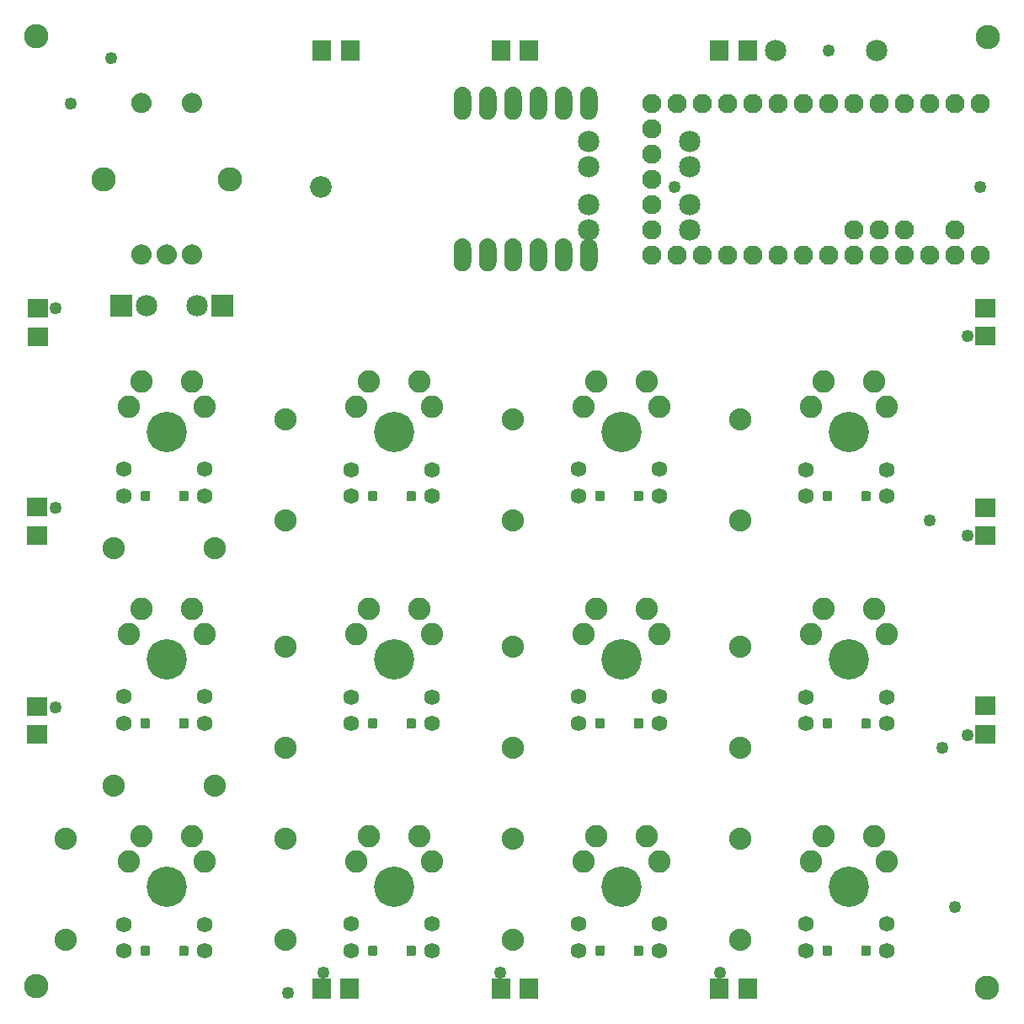
<source format=gts>
G04 MADE WITH FRITZING*
G04 WWW.FRITZING.ORG*
G04 DOUBLE SIDED*
G04 HOLES PLATED*
G04 CONTOUR ON CENTER OF CONTOUR VECTOR*
%ASAXBY*%
%FSLAX23Y23*%
%MOIN*%
%OFA0B0*%
%SFA1.0B1.0*%
%ADD10C,0.049370*%
%ADD11C,0.076889*%
%ADD12C,0.085433*%
%ADD13C,0.085000*%
%ADD14C,0.096614*%
%ADD15C,0.159606*%
%ADD16C,0.088000*%
%ADD17C,0.062361*%
%ADD18C,0.088639*%
%ADD19C,0.068759*%
%ADD20R,0.072992X0.080984*%
%ADD21R,0.080984X0.072992*%
%ADD22R,0.085000X0.085000*%
%ADD23R,0.001000X0.001000*%
%LNMASK1*%
G90*
G70*
G54D10*
X220Y3587D03*
X1080Y67D03*
X2610Y3257D03*
G54D11*
X2520Y2987D03*
X2620Y2987D03*
X2720Y2987D03*
X2820Y2987D03*
X2920Y2987D03*
X3020Y2987D03*
X3120Y2987D03*
X3220Y2987D03*
X3320Y2987D03*
X3420Y2987D03*
X3520Y2987D03*
X3620Y2987D03*
X3720Y2987D03*
X3820Y2987D03*
X3720Y3087D03*
X3420Y3087D03*
X3520Y3087D03*
X2520Y3587D03*
X2620Y3587D03*
X2720Y3587D03*
X2820Y3587D03*
X2920Y3587D03*
X3020Y3587D03*
X3120Y3587D03*
X3220Y3587D03*
X3320Y3587D03*
X3420Y3587D03*
X3520Y3587D03*
X3620Y3587D03*
X3720Y3587D03*
X3820Y3587D03*
X3320Y3087D03*
X2520Y3387D03*
X2520Y3487D03*
X2520Y3287D03*
X2520Y3087D03*
X2520Y3187D03*
G54D10*
X3220Y3797D03*
X380Y3767D03*
X160Y2777D03*
G54D12*
X1210Y3257D03*
G54D13*
X3010Y3797D03*
X3410Y3797D03*
G54D14*
X3849Y3850D03*
X85Y3851D03*
X850Y3287D03*
X350Y3287D03*
G54D15*
X3300Y487D03*
X2400Y487D03*
X1500Y487D03*
X600Y487D03*
X3300Y1387D03*
X2400Y1387D03*
X1500Y1387D03*
X600Y1387D03*
X3300Y2287D03*
X2400Y2287D03*
X1500Y2287D03*
X600Y2287D03*
G54D14*
X85Y93D03*
X3847Y87D03*
G54D13*
X2270Y3087D03*
X2670Y3087D03*
X2270Y3437D03*
X2670Y3437D03*
X2270Y3337D03*
X2670Y3337D03*
X2270Y3187D03*
X2670Y3187D03*
G54D16*
X200Y677D03*
X200Y277D03*
X200Y677D03*
X200Y277D03*
X200Y677D03*
X200Y277D03*
X1070Y677D03*
X1070Y277D03*
X1070Y677D03*
X1070Y277D03*
X1070Y677D03*
X1070Y277D03*
X1970Y677D03*
X1970Y277D03*
X1970Y677D03*
X1970Y277D03*
X1970Y677D03*
X1970Y277D03*
X2870Y677D03*
X2870Y277D03*
X2870Y677D03*
X2870Y277D03*
X2870Y677D03*
X2870Y277D03*
X2870Y1437D03*
X2870Y1037D03*
X2870Y1437D03*
X2870Y1037D03*
X2870Y1437D03*
X2870Y1037D03*
X1970Y1437D03*
X1970Y1037D03*
X1970Y1437D03*
X1970Y1037D03*
X1970Y1437D03*
X1970Y1037D03*
X1070Y1437D03*
X1070Y1037D03*
X1070Y1437D03*
X1070Y1037D03*
X1070Y1437D03*
X1070Y1037D03*
X390Y887D03*
X790Y887D03*
X390Y887D03*
X790Y887D03*
X390Y887D03*
X790Y887D03*
X2870Y2337D03*
X2870Y1937D03*
X2870Y2337D03*
X2870Y1937D03*
X2870Y2337D03*
X2870Y1937D03*
X1970Y2337D03*
X1970Y1937D03*
X1970Y2337D03*
X1970Y1937D03*
X1970Y2337D03*
X1970Y1937D03*
X1070Y2337D03*
X1070Y1937D03*
X1070Y2337D03*
X1070Y1937D03*
X1070Y2337D03*
X1070Y1937D03*
X390Y1827D03*
X790Y1827D03*
X390Y1827D03*
X790Y1827D03*
X390Y1827D03*
X790Y1827D03*
G54D13*
X820Y2787D03*
X720Y2787D03*
X820Y2787D03*
X720Y2787D03*
X420Y2787D03*
X520Y2787D03*
X420Y2787D03*
X520Y2787D03*
G54D17*
X750Y1238D03*
X431Y1238D03*
X750Y1132D03*
X431Y1132D03*
G54D18*
X450Y1487D03*
X500Y1587D03*
X700Y1587D03*
X750Y1487D03*
G54D17*
X750Y337D03*
X431Y337D03*
X750Y231D03*
X431Y231D03*
G54D18*
X450Y586D03*
X500Y686D03*
X700Y686D03*
X750Y586D03*
G54D17*
X3450Y2137D03*
X3131Y2137D03*
X3450Y2031D03*
X3131Y2031D03*
G54D18*
X3150Y2386D03*
X3200Y2486D03*
X3400Y2486D03*
X3450Y2386D03*
G54D17*
X2550Y2138D03*
X2231Y2138D03*
X2550Y2032D03*
X2231Y2032D03*
G54D18*
X2250Y2387D03*
X2300Y2487D03*
X2500Y2487D03*
X2550Y2387D03*
G54D17*
X1650Y2137D03*
X1331Y2137D03*
X1650Y2031D03*
X1331Y2031D03*
G54D18*
X1350Y2386D03*
X1400Y2486D03*
X1600Y2486D03*
X1650Y2386D03*
G54D17*
X750Y2138D03*
X431Y2138D03*
X750Y2032D03*
X431Y2032D03*
G54D18*
X451Y2387D03*
X500Y2487D03*
X700Y2487D03*
X750Y2387D03*
G54D17*
X3450Y1237D03*
X3131Y1237D03*
X3450Y1131D03*
X3131Y1131D03*
G54D18*
X3150Y1486D03*
X3200Y1586D03*
X3400Y1586D03*
X3450Y1486D03*
G54D17*
X2550Y1238D03*
X2231Y1238D03*
X2550Y1132D03*
X2231Y1132D03*
G54D18*
X2250Y1487D03*
X2300Y1587D03*
X2500Y1587D03*
X2550Y1487D03*
G54D17*
X1650Y1237D03*
X1331Y1237D03*
X1650Y1131D03*
X1331Y1131D03*
G54D18*
X1350Y1486D03*
X1400Y1586D03*
X1600Y1586D03*
X1650Y1486D03*
G54D17*
X1650Y338D03*
X1331Y338D03*
X1650Y232D03*
X1331Y232D03*
G54D18*
X1351Y587D03*
X1401Y687D03*
X1600Y687D03*
X1650Y587D03*
G54D17*
X2550Y338D03*
X2231Y338D03*
X2550Y232D03*
X2231Y232D03*
G54D18*
X2251Y587D03*
X2300Y687D03*
X2500Y687D03*
X2550Y587D03*
G54D17*
X3450Y338D03*
X3131Y338D03*
X3450Y232D03*
X3131Y232D03*
G54D18*
X3150Y587D03*
X3200Y687D03*
X3400Y687D03*
X3450Y587D03*
G54D10*
X3670Y1037D03*
X3720Y407D03*
X3820Y3257D03*
G54D19*
X1770Y3586D03*
X1870Y3586D03*
X1970Y3586D03*
X2070Y3586D03*
X2170Y3586D03*
X2270Y3587D03*
X1770Y2986D03*
X1870Y2986D03*
X1970Y2986D03*
X2070Y2986D03*
X2170Y2986D03*
X2270Y2987D03*
G54D10*
X3620Y1937D03*
X160Y1987D03*
X160Y1197D03*
X2790Y147D03*
X1920Y147D03*
X1220Y147D03*
X3770Y1087D03*
X3770Y1877D03*
X3770Y2667D03*
G54D20*
X1214Y3797D03*
X1326Y3797D03*
G54D21*
X87Y1877D03*
X87Y1989D03*
G54D20*
X2787Y3797D03*
X2899Y3797D03*
G54D21*
X3840Y1201D03*
X3840Y1089D03*
X3840Y1987D03*
X3840Y1875D03*
X89Y2663D03*
X89Y2775D03*
G54D20*
X1324Y83D03*
X1212Y83D03*
X1923Y3797D03*
X2035Y3797D03*
G54D22*
X820Y2787D03*
X820Y2787D03*
X420Y2787D03*
X420Y2787D03*
G54D21*
X3840Y2776D03*
X3840Y2664D03*
X87Y1088D03*
X87Y1200D03*
G54D20*
X2899Y82D03*
X2787Y82D03*
X2034Y82D03*
X1922Y82D03*
G54D23*
X1770Y3651D02*
X1771Y3651D01*
X1870Y3651D02*
X1871Y3651D01*
X1970Y3651D02*
X1971Y3651D01*
X2070Y3651D02*
X2071Y3651D01*
X2170Y3651D02*
X2171Y3651D01*
X2269Y3651D02*
X2271Y3651D01*
X1762Y3650D02*
X1778Y3650D01*
X1862Y3650D02*
X1878Y3650D01*
X1962Y3650D02*
X1978Y3650D01*
X2062Y3650D02*
X2078Y3650D01*
X2162Y3650D02*
X2178Y3650D01*
X2262Y3650D02*
X2278Y3650D01*
X1759Y3649D02*
X1781Y3649D01*
X1859Y3649D02*
X1881Y3649D01*
X1959Y3649D02*
X1981Y3649D01*
X2059Y3649D02*
X2081Y3649D01*
X2159Y3649D02*
X2181Y3649D01*
X2259Y3649D02*
X2281Y3649D01*
X1757Y3648D02*
X1784Y3648D01*
X1857Y3648D02*
X1884Y3648D01*
X1957Y3648D02*
X1984Y3648D01*
X2057Y3648D02*
X2084Y3648D01*
X2157Y3648D02*
X2184Y3648D01*
X2256Y3648D02*
X2284Y3648D01*
X1754Y3647D02*
X1786Y3647D01*
X1854Y3647D02*
X1886Y3647D01*
X1954Y3647D02*
X1986Y3647D01*
X2054Y3647D02*
X2086Y3647D01*
X2154Y3647D02*
X2186Y3647D01*
X2254Y3647D02*
X2286Y3647D01*
X1753Y3646D02*
X1787Y3646D01*
X1853Y3646D02*
X1887Y3646D01*
X1953Y3646D02*
X1987Y3646D01*
X2053Y3646D02*
X2087Y3646D01*
X2153Y3646D02*
X2187Y3646D01*
X2253Y3646D02*
X2287Y3646D01*
X1751Y3645D02*
X1789Y3645D01*
X1851Y3645D02*
X1889Y3645D01*
X1951Y3645D02*
X1989Y3645D01*
X2051Y3645D02*
X2089Y3645D01*
X2151Y3645D02*
X2189Y3645D01*
X2251Y3645D02*
X2289Y3645D01*
X1750Y3644D02*
X1791Y3644D01*
X1850Y3644D02*
X1891Y3644D01*
X1950Y3644D02*
X1990Y3644D01*
X2050Y3644D02*
X2091Y3644D01*
X2150Y3644D02*
X2191Y3644D01*
X2250Y3644D02*
X2290Y3644D01*
X1748Y3643D02*
X1792Y3643D01*
X1848Y3643D02*
X1892Y3643D01*
X1948Y3643D02*
X1992Y3643D01*
X2048Y3643D02*
X2092Y3643D01*
X2148Y3643D02*
X2192Y3643D01*
X2248Y3643D02*
X2292Y3643D01*
X1747Y3642D02*
X1793Y3642D01*
X1847Y3642D02*
X1893Y3642D01*
X1947Y3642D02*
X1993Y3642D01*
X2047Y3642D02*
X2093Y3642D01*
X2147Y3642D02*
X2193Y3642D01*
X2247Y3642D02*
X2293Y3642D01*
X1746Y3641D02*
X1794Y3641D01*
X1846Y3641D02*
X1894Y3641D01*
X1946Y3641D02*
X1994Y3641D01*
X2046Y3641D02*
X2094Y3641D01*
X2146Y3641D02*
X2194Y3641D01*
X2246Y3641D02*
X2294Y3641D01*
X1745Y3640D02*
X1795Y3640D01*
X1845Y3640D02*
X1895Y3640D01*
X1945Y3640D02*
X1995Y3640D01*
X2045Y3640D02*
X2095Y3640D01*
X2145Y3640D02*
X2195Y3640D01*
X2245Y3640D02*
X2295Y3640D01*
X1744Y3639D02*
X1796Y3639D01*
X1844Y3639D02*
X1896Y3639D01*
X1944Y3639D02*
X1996Y3639D01*
X2044Y3639D02*
X2096Y3639D01*
X2144Y3639D02*
X2196Y3639D01*
X2244Y3639D02*
X2296Y3639D01*
X1743Y3638D02*
X1797Y3638D01*
X1843Y3638D02*
X1897Y3638D01*
X1943Y3638D02*
X1997Y3638D01*
X2043Y3638D02*
X2097Y3638D01*
X2143Y3638D02*
X2197Y3638D01*
X2243Y3638D02*
X2297Y3638D01*
X1743Y3637D02*
X1797Y3637D01*
X1843Y3637D02*
X1897Y3637D01*
X1943Y3637D02*
X1997Y3637D01*
X2043Y3637D02*
X2097Y3637D01*
X2143Y3637D02*
X2197Y3637D01*
X2243Y3637D02*
X2297Y3637D01*
X1742Y3636D02*
X1798Y3636D01*
X1842Y3636D02*
X1898Y3636D01*
X1942Y3636D02*
X1998Y3636D01*
X2042Y3636D02*
X2098Y3636D01*
X2142Y3636D02*
X2198Y3636D01*
X2242Y3636D02*
X2298Y3636D01*
X1741Y3635D02*
X1799Y3635D01*
X1841Y3635D02*
X1899Y3635D01*
X1941Y3635D02*
X1999Y3635D01*
X2041Y3635D02*
X2099Y3635D01*
X2141Y3635D02*
X2199Y3635D01*
X2241Y3635D02*
X2299Y3635D01*
X1741Y3634D02*
X1799Y3634D01*
X1841Y3634D02*
X1899Y3634D01*
X1941Y3634D02*
X1999Y3634D01*
X2041Y3634D02*
X2099Y3634D01*
X2141Y3634D02*
X2199Y3634D01*
X2241Y3634D02*
X2299Y3634D01*
X1740Y3633D02*
X1800Y3633D01*
X1840Y3633D02*
X1900Y3633D01*
X1940Y3633D02*
X2000Y3633D01*
X2040Y3633D02*
X2100Y3633D01*
X2140Y3633D02*
X2200Y3633D01*
X2240Y3633D02*
X2300Y3633D01*
X1740Y3632D02*
X1801Y3632D01*
X1840Y3632D02*
X1901Y3632D01*
X1940Y3632D02*
X2001Y3632D01*
X2040Y3632D02*
X2101Y3632D01*
X2140Y3632D02*
X2201Y3632D01*
X2239Y3632D02*
X2301Y3632D01*
X1739Y3631D02*
X1801Y3631D01*
X1839Y3631D02*
X1901Y3631D01*
X1939Y3631D02*
X2001Y3631D01*
X2039Y3631D02*
X2101Y3631D01*
X2139Y3631D02*
X2201Y3631D01*
X2239Y3631D02*
X2301Y3631D01*
X1739Y3630D02*
X1802Y3630D01*
X1839Y3630D02*
X1902Y3630D01*
X1939Y3630D02*
X2002Y3630D01*
X2039Y3630D02*
X2102Y3630D01*
X2139Y3630D02*
X2202Y3630D01*
X2239Y3630D02*
X2302Y3630D01*
X1738Y3629D02*
X1802Y3629D01*
X1838Y3629D02*
X1902Y3629D01*
X1938Y3629D02*
X2002Y3629D01*
X2038Y3629D02*
X2102Y3629D01*
X2138Y3629D02*
X2202Y3629D01*
X2238Y3629D02*
X2302Y3629D01*
X1738Y3628D02*
X1802Y3628D01*
X1838Y3628D02*
X1902Y3628D01*
X1938Y3628D02*
X2002Y3628D01*
X2038Y3628D02*
X2102Y3628D01*
X2138Y3628D02*
X2202Y3628D01*
X2238Y3628D02*
X2302Y3628D01*
X495Y3627D02*
X504Y3627D01*
X695Y3627D02*
X704Y3627D01*
X1737Y3627D02*
X1803Y3627D01*
X1837Y3627D02*
X1903Y3627D01*
X1937Y3627D02*
X2003Y3627D01*
X2037Y3627D02*
X2103Y3627D01*
X2137Y3627D02*
X2203Y3627D01*
X2237Y3627D02*
X2303Y3627D01*
X490Y3626D02*
X509Y3626D01*
X690Y3626D02*
X709Y3626D01*
X1737Y3626D02*
X1803Y3626D01*
X1837Y3626D02*
X1903Y3626D01*
X1937Y3626D02*
X2003Y3626D01*
X2037Y3626D02*
X2103Y3626D01*
X2137Y3626D02*
X2203Y3626D01*
X2237Y3626D02*
X2303Y3626D01*
X486Y3625D02*
X513Y3625D01*
X686Y3625D02*
X713Y3625D01*
X1737Y3625D02*
X1803Y3625D01*
X1837Y3625D02*
X1903Y3625D01*
X1937Y3625D02*
X2003Y3625D01*
X2037Y3625D02*
X2103Y3625D01*
X2137Y3625D02*
X2203Y3625D01*
X2237Y3625D02*
X2303Y3625D01*
X484Y3624D02*
X515Y3624D01*
X684Y3624D02*
X715Y3624D01*
X1737Y3624D02*
X1804Y3624D01*
X1837Y3624D02*
X1904Y3624D01*
X1937Y3624D02*
X2004Y3624D01*
X2037Y3624D02*
X2104Y3624D01*
X2137Y3624D02*
X2204Y3624D01*
X2237Y3624D02*
X2304Y3624D01*
X482Y3623D02*
X517Y3623D01*
X682Y3623D02*
X717Y3623D01*
X1736Y3623D02*
X1804Y3623D01*
X1836Y3623D02*
X1904Y3623D01*
X1936Y3623D02*
X2004Y3623D01*
X2036Y3623D02*
X2104Y3623D01*
X2136Y3623D02*
X2204Y3623D01*
X2236Y3623D02*
X2304Y3623D01*
X480Y3622D02*
X519Y3622D01*
X680Y3622D02*
X719Y3622D01*
X1736Y3622D02*
X1804Y3622D01*
X1836Y3622D02*
X1904Y3622D01*
X1936Y3622D02*
X2004Y3622D01*
X2036Y3622D02*
X2104Y3622D01*
X2136Y3622D02*
X2204Y3622D01*
X2236Y3622D02*
X2304Y3622D01*
X478Y3621D02*
X521Y3621D01*
X678Y3621D02*
X721Y3621D01*
X1736Y3621D02*
X1804Y3621D01*
X1836Y3621D02*
X1904Y3621D01*
X1936Y3621D02*
X2004Y3621D01*
X2036Y3621D02*
X2104Y3621D01*
X2136Y3621D02*
X2204Y3621D01*
X2236Y3621D02*
X2304Y3621D01*
X477Y3620D02*
X522Y3620D01*
X677Y3620D02*
X722Y3620D01*
X1736Y3620D02*
X1804Y3620D01*
X1836Y3620D02*
X1904Y3620D01*
X1936Y3620D02*
X2004Y3620D01*
X2036Y3620D02*
X2104Y3620D01*
X2136Y3620D02*
X2204Y3620D01*
X2236Y3620D02*
X2304Y3620D01*
X476Y3619D02*
X524Y3619D01*
X676Y3619D02*
X724Y3619D01*
X1736Y3619D02*
X1804Y3619D01*
X1836Y3619D02*
X1904Y3619D01*
X1936Y3619D02*
X2004Y3619D01*
X2036Y3619D02*
X2104Y3619D01*
X2136Y3619D02*
X2204Y3619D01*
X2236Y3619D02*
X2304Y3619D01*
X474Y3618D02*
X525Y3618D01*
X674Y3618D02*
X725Y3618D01*
X1736Y3618D02*
X1804Y3618D01*
X1836Y3618D02*
X1904Y3618D01*
X1936Y3618D02*
X2004Y3618D01*
X2036Y3618D02*
X2104Y3618D01*
X2136Y3618D02*
X2204Y3618D01*
X2236Y3618D02*
X2304Y3618D01*
X473Y3617D02*
X526Y3617D01*
X673Y3617D02*
X726Y3617D01*
X1736Y3617D02*
X1804Y3617D01*
X1836Y3617D02*
X1904Y3617D01*
X1936Y3617D02*
X2004Y3617D01*
X2036Y3617D02*
X2104Y3617D01*
X2136Y3617D02*
X2204Y3617D01*
X2236Y3617D02*
X2304Y3617D01*
X472Y3616D02*
X527Y3616D01*
X672Y3616D02*
X727Y3616D01*
X1736Y3616D02*
X1805Y3616D01*
X1836Y3616D02*
X1905Y3616D01*
X1936Y3616D02*
X2005Y3616D01*
X2036Y3616D02*
X2105Y3616D01*
X2136Y3616D02*
X2205Y3616D01*
X2236Y3616D02*
X2305Y3616D01*
X471Y3615D02*
X528Y3615D01*
X671Y3615D02*
X728Y3615D01*
X1736Y3615D02*
X1805Y3615D01*
X1836Y3615D02*
X1905Y3615D01*
X1936Y3615D02*
X2005Y3615D01*
X2036Y3615D02*
X2105Y3615D01*
X2136Y3615D02*
X2205Y3615D01*
X2236Y3615D02*
X2305Y3615D01*
X470Y3614D02*
X529Y3614D01*
X670Y3614D02*
X729Y3614D01*
X1736Y3614D02*
X1805Y3614D01*
X1836Y3614D02*
X1905Y3614D01*
X1936Y3614D02*
X2005Y3614D01*
X2036Y3614D02*
X2105Y3614D01*
X2136Y3614D02*
X2205Y3614D01*
X2236Y3614D02*
X2305Y3614D01*
X469Y3613D02*
X530Y3613D01*
X669Y3613D02*
X730Y3613D01*
X1736Y3613D02*
X1805Y3613D01*
X1836Y3613D02*
X1905Y3613D01*
X1936Y3613D02*
X2005Y3613D01*
X2036Y3613D02*
X2105Y3613D01*
X2136Y3613D02*
X2205Y3613D01*
X2236Y3613D02*
X2305Y3613D01*
X469Y3612D02*
X531Y3612D01*
X669Y3612D02*
X731Y3612D01*
X1736Y3612D02*
X1805Y3612D01*
X1836Y3612D02*
X1905Y3612D01*
X1936Y3612D02*
X2005Y3612D01*
X2036Y3612D02*
X2105Y3612D01*
X2136Y3612D02*
X2205Y3612D01*
X2236Y3612D02*
X2305Y3612D01*
X468Y3611D02*
X531Y3611D01*
X668Y3611D02*
X731Y3611D01*
X1736Y3611D02*
X1805Y3611D01*
X1836Y3611D02*
X1905Y3611D01*
X1936Y3611D02*
X2005Y3611D01*
X2036Y3611D02*
X2105Y3611D01*
X2136Y3611D02*
X2205Y3611D01*
X2236Y3611D02*
X2305Y3611D01*
X467Y3610D02*
X532Y3610D01*
X667Y3610D02*
X732Y3610D01*
X1736Y3610D02*
X1805Y3610D01*
X1836Y3610D02*
X1905Y3610D01*
X1936Y3610D02*
X2005Y3610D01*
X2036Y3610D02*
X2105Y3610D01*
X2136Y3610D02*
X2205Y3610D01*
X2236Y3610D02*
X2305Y3610D01*
X467Y3609D02*
X533Y3609D01*
X667Y3609D02*
X733Y3609D01*
X1736Y3609D02*
X1805Y3609D01*
X1836Y3609D02*
X1905Y3609D01*
X1936Y3609D02*
X2005Y3609D01*
X2036Y3609D02*
X2105Y3609D01*
X2136Y3609D02*
X2205Y3609D01*
X2236Y3609D02*
X2305Y3609D01*
X466Y3608D02*
X533Y3608D01*
X666Y3608D02*
X733Y3608D01*
X1736Y3608D02*
X1805Y3608D01*
X1836Y3608D02*
X1905Y3608D01*
X1936Y3608D02*
X2005Y3608D01*
X2036Y3608D02*
X2105Y3608D01*
X2136Y3608D02*
X2205Y3608D01*
X2236Y3608D02*
X2305Y3608D01*
X465Y3607D02*
X534Y3607D01*
X665Y3607D02*
X734Y3607D01*
X1736Y3607D02*
X1805Y3607D01*
X1836Y3607D02*
X1905Y3607D01*
X1936Y3607D02*
X2005Y3607D01*
X2036Y3607D02*
X2105Y3607D01*
X2136Y3607D02*
X2205Y3607D01*
X2236Y3607D02*
X2305Y3607D01*
X465Y3606D02*
X535Y3606D01*
X665Y3606D02*
X735Y3606D01*
X1736Y3606D02*
X1805Y3606D01*
X1836Y3606D02*
X1905Y3606D01*
X1936Y3606D02*
X2005Y3606D01*
X2036Y3606D02*
X2105Y3606D01*
X2136Y3606D02*
X2205Y3606D01*
X2236Y3606D02*
X2305Y3606D01*
X464Y3605D02*
X535Y3605D01*
X664Y3605D02*
X735Y3605D01*
X1736Y3605D02*
X1805Y3605D01*
X1836Y3605D02*
X1905Y3605D01*
X1936Y3605D02*
X2005Y3605D01*
X2036Y3605D02*
X2105Y3605D01*
X2136Y3605D02*
X2205Y3605D01*
X2236Y3605D02*
X2305Y3605D01*
X464Y3604D02*
X536Y3604D01*
X664Y3604D02*
X736Y3604D01*
X1736Y3604D02*
X1805Y3604D01*
X1836Y3604D02*
X1905Y3604D01*
X1936Y3604D02*
X2005Y3604D01*
X2036Y3604D02*
X2105Y3604D01*
X2136Y3604D02*
X2205Y3604D01*
X2236Y3604D02*
X2305Y3604D01*
X463Y3603D02*
X536Y3603D01*
X663Y3603D02*
X736Y3603D01*
X1736Y3603D02*
X1805Y3603D01*
X1836Y3603D02*
X1905Y3603D01*
X1936Y3603D02*
X2005Y3603D01*
X2036Y3603D02*
X2105Y3603D01*
X2136Y3603D02*
X2205Y3603D01*
X2236Y3603D02*
X2305Y3603D01*
X463Y3602D02*
X536Y3602D01*
X663Y3602D02*
X736Y3602D01*
X1736Y3602D02*
X1805Y3602D01*
X1836Y3602D02*
X1905Y3602D01*
X1936Y3602D02*
X2005Y3602D01*
X2036Y3602D02*
X2105Y3602D01*
X2136Y3602D02*
X2205Y3602D01*
X2236Y3602D02*
X2305Y3602D01*
X463Y3601D02*
X537Y3601D01*
X663Y3601D02*
X737Y3601D01*
X1736Y3601D02*
X1769Y3601D01*
X1771Y3601D02*
X1805Y3601D01*
X1836Y3601D02*
X1869Y3601D01*
X1871Y3601D02*
X1905Y3601D01*
X1936Y3601D02*
X1969Y3601D01*
X1971Y3601D02*
X2005Y3601D01*
X2036Y3601D02*
X2069Y3601D01*
X2071Y3601D02*
X2105Y3601D01*
X2136Y3601D02*
X2169Y3601D01*
X2171Y3601D02*
X2205Y3601D01*
X2236Y3601D02*
X2269Y3601D01*
X2271Y3601D02*
X2305Y3601D01*
X462Y3600D02*
X537Y3600D01*
X662Y3600D02*
X737Y3600D01*
X1736Y3600D02*
X1764Y3600D01*
X1776Y3600D02*
X1805Y3600D01*
X1836Y3600D02*
X1864Y3600D01*
X1876Y3600D02*
X1905Y3600D01*
X1936Y3600D02*
X1964Y3600D01*
X1976Y3600D02*
X2005Y3600D01*
X2036Y3600D02*
X2064Y3600D01*
X2076Y3600D02*
X2105Y3600D01*
X2136Y3600D02*
X2164Y3600D01*
X2176Y3600D02*
X2205Y3600D01*
X2236Y3600D02*
X2264Y3600D01*
X2276Y3600D02*
X2305Y3600D01*
X462Y3599D02*
X537Y3599D01*
X662Y3599D02*
X737Y3599D01*
X1736Y3599D02*
X1762Y3599D01*
X1778Y3599D02*
X1805Y3599D01*
X1836Y3599D02*
X1862Y3599D01*
X1878Y3599D02*
X1905Y3599D01*
X1936Y3599D02*
X1962Y3599D01*
X1978Y3599D02*
X2005Y3599D01*
X2036Y3599D02*
X2062Y3599D01*
X2078Y3599D02*
X2105Y3599D01*
X2136Y3599D02*
X2162Y3599D01*
X2178Y3599D02*
X2205Y3599D01*
X2236Y3599D02*
X2262Y3599D01*
X2278Y3599D02*
X2305Y3599D01*
X462Y3598D02*
X538Y3598D01*
X662Y3598D02*
X738Y3598D01*
X1736Y3598D02*
X1761Y3598D01*
X1780Y3598D02*
X1805Y3598D01*
X1836Y3598D02*
X1861Y3598D01*
X1880Y3598D02*
X1905Y3598D01*
X1936Y3598D02*
X1961Y3598D01*
X1980Y3598D02*
X2005Y3598D01*
X2036Y3598D02*
X2061Y3598D01*
X2080Y3598D02*
X2105Y3598D01*
X2136Y3598D02*
X2161Y3598D01*
X2180Y3598D02*
X2205Y3598D01*
X2236Y3598D02*
X2260Y3598D01*
X2280Y3598D02*
X2305Y3598D01*
X461Y3597D02*
X538Y3597D01*
X661Y3597D02*
X738Y3597D01*
X1736Y3597D02*
X1759Y3597D01*
X1781Y3597D02*
X1805Y3597D01*
X1836Y3597D02*
X1859Y3597D01*
X1881Y3597D02*
X1905Y3597D01*
X1936Y3597D02*
X1959Y3597D01*
X1981Y3597D02*
X2005Y3597D01*
X2036Y3597D02*
X2059Y3597D01*
X2081Y3597D02*
X2105Y3597D01*
X2136Y3597D02*
X2159Y3597D01*
X2181Y3597D02*
X2205Y3597D01*
X2236Y3597D02*
X2259Y3597D01*
X2281Y3597D02*
X2305Y3597D01*
X461Y3596D02*
X538Y3596D01*
X661Y3596D02*
X738Y3596D01*
X1736Y3596D02*
X1758Y3596D01*
X1782Y3596D02*
X1805Y3596D01*
X1836Y3596D02*
X1858Y3596D01*
X1882Y3596D02*
X1905Y3596D01*
X1936Y3596D02*
X1958Y3596D01*
X1982Y3596D02*
X2005Y3596D01*
X2036Y3596D02*
X2058Y3596D01*
X2082Y3596D02*
X2105Y3596D01*
X2136Y3596D02*
X2158Y3596D01*
X2182Y3596D02*
X2205Y3596D01*
X2236Y3596D02*
X2258Y3596D01*
X2282Y3596D02*
X2305Y3596D01*
X461Y3595D02*
X538Y3595D01*
X661Y3595D02*
X738Y3595D01*
X1736Y3595D02*
X1758Y3595D01*
X1783Y3595D02*
X1805Y3595D01*
X1836Y3595D02*
X1858Y3595D01*
X1883Y3595D02*
X1905Y3595D01*
X1936Y3595D02*
X1958Y3595D01*
X1983Y3595D02*
X2005Y3595D01*
X2036Y3595D02*
X2058Y3595D01*
X2083Y3595D02*
X2105Y3595D01*
X2136Y3595D02*
X2158Y3595D01*
X2183Y3595D02*
X2205Y3595D01*
X2236Y3595D02*
X2258Y3595D01*
X2283Y3595D02*
X2305Y3595D01*
X461Y3594D02*
X538Y3594D01*
X661Y3594D02*
X738Y3594D01*
X1736Y3594D02*
X1757Y3594D01*
X1783Y3594D02*
X1805Y3594D01*
X1836Y3594D02*
X1857Y3594D01*
X1883Y3594D02*
X1905Y3594D01*
X1936Y3594D02*
X1957Y3594D01*
X1983Y3594D02*
X2005Y3594D01*
X2036Y3594D02*
X2057Y3594D01*
X2083Y3594D02*
X2105Y3594D01*
X2136Y3594D02*
X2157Y3594D01*
X2183Y3594D02*
X2205Y3594D01*
X2236Y3594D02*
X2257Y3594D01*
X2283Y3594D02*
X2305Y3594D01*
X461Y3593D02*
X539Y3593D01*
X661Y3593D02*
X739Y3593D01*
X1736Y3593D02*
X1756Y3593D01*
X1784Y3593D02*
X1805Y3593D01*
X1836Y3593D02*
X1856Y3593D01*
X1884Y3593D02*
X1905Y3593D01*
X1936Y3593D02*
X1956Y3593D01*
X1984Y3593D02*
X2005Y3593D01*
X2036Y3593D02*
X2056Y3593D01*
X2084Y3593D02*
X2105Y3593D01*
X2136Y3593D02*
X2156Y3593D01*
X2184Y3593D02*
X2205Y3593D01*
X2236Y3593D02*
X2256Y3593D01*
X2284Y3593D02*
X2305Y3593D01*
X460Y3592D02*
X539Y3592D01*
X660Y3592D02*
X739Y3592D01*
X1736Y3592D02*
X1756Y3592D01*
X1784Y3592D02*
X1805Y3592D01*
X1836Y3592D02*
X1856Y3592D01*
X1884Y3592D02*
X1905Y3592D01*
X1936Y3592D02*
X1956Y3592D01*
X1984Y3592D02*
X2005Y3592D01*
X2036Y3592D02*
X2056Y3592D01*
X2084Y3592D02*
X2105Y3592D01*
X2136Y3592D02*
X2156Y3592D01*
X2184Y3592D02*
X2205Y3592D01*
X2236Y3592D02*
X2256Y3592D01*
X2284Y3592D02*
X2305Y3592D01*
X460Y3591D02*
X539Y3591D01*
X660Y3591D02*
X739Y3591D01*
X1736Y3591D02*
X1755Y3591D01*
X1785Y3591D02*
X1805Y3591D01*
X1836Y3591D02*
X1855Y3591D01*
X1885Y3591D02*
X1905Y3591D01*
X1936Y3591D02*
X1955Y3591D01*
X1985Y3591D02*
X2005Y3591D01*
X2036Y3591D02*
X2055Y3591D01*
X2085Y3591D02*
X2105Y3591D01*
X2136Y3591D02*
X2155Y3591D01*
X2185Y3591D02*
X2205Y3591D01*
X2236Y3591D02*
X2255Y3591D01*
X2285Y3591D02*
X2305Y3591D01*
X460Y3590D02*
X539Y3590D01*
X660Y3590D02*
X739Y3590D01*
X1736Y3590D02*
X1755Y3590D01*
X1785Y3590D02*
X1805Y3590D01*
X1836Y3590D02*
X1855Y3590D01*
X1885Y3590D02*
X1905Y3590D01*
X1936Y3590D02*
X1955Y3590D01*
X1985Y3590D02*
X2005Y3590D01*
X2036Y3590D02*
X2055Y3590D01*
X2085Y3590D02*
X2105Y3590D01*
X2136Y3590D02*
X2155Y3590D01*
X2185Y3590D02*
X2205Y3590D01*
X2236Y3590D02*
X2255Y3590D01*
X2285Y3590D02*
X2305Y3590D01*
X460Y3589D02*
X539Y3589D01*
X660Y3589D02*
X739Y3589D01*
X1736Y3589D02*
X1755Y3589D01*
X1785Y3589D02*
X1805Y3589D01*
X1836Y3589D02*
X1855Y3589D01*
X1885Y3589D02*
X1905Y3589D01*
X1936Y3589D02*
X1955Y3589D01*
X1985Y3589D02*
X2005Y3589D01*
X2036Y3589D02*
X2055Y3589D01*
X2085Y3589D02*
X2105Y3589D01*
X2136Y3589D02*
X2155Y3589D01*
X2185Y3589D02*
X2205Y3589D01*
X2236Y3589D02*
X2255Y3589D01*
X2285Y3589D02*
X2305Y3589D01*
X460Y3588D02*
X539Y3588D01*
X660Y3588D02*
X739Y3588D01*
X1736Y3588D02*
X1755Y3588D01*
X1785Y3588D02*
X1805Y3588D01*
X1836Y3588D02*
X1855Y3588D01*
X1885Y3588D02*
X1905Y3588D01*
X1936Y3588D02*
X1955Y3588D01*
X1985Y3588D02*
X2005Y3588D01*
X2036Y3588D02*
X2055Y3588D01*
X2085Y3588D02*
X2105Y3588D01*
X2136Y3588D02*
X2155Y3588D01*
X2185Y3588D02*
X2205Y3588D01*
X2236Y3588D02*
X2255Y3588D01*
X2285Y3588D02*
X2305Y3588D01*
X460Y3587D02*
X539Y3587D01*
X660Y3587D02*
X739Y3587D01*
X1736Y3587D02*
X1755Y3587D01*
X1785Y3587D02*
X1805Y3587D01*
X1836Y3587D02*
X1855Y3587D01*
X1885Y3587D02*
X1905Y3587D01*
X1936Y3587D02*
X1955Y3587D01*
X1985Y3587D02*
X2005Y3587D01*
X2036Y3587D02*
X2055Y3587D01*
X2085Y3587D02*
X2105Y3587D01*
X2136Y3587D02*
X2155Y3587D01*
X2185Y3587D02*
X2205Y3587D01*
X2236Y3587D02*
X2255Y3587D01*
X2285Y3587D02*
X2305Y3587D01*
X460Y3586D02*
X539Y3586D01*
X660Y3586D02*
X739Y3586D01*
X1736Y3586D02*
X1755Y3586D01*
X1786Y3586D02*
X1805Y3586D01*
X1836Y3586D02*
X1855Y3586D01*
X1886Y3586D02*
X1905Y3586D01*
X1936Y3586D02*
X1955Y3586D01*
X1986Y3586D02*
X2005Y3586D01*
X2036Y3586D02*
X2055Y3586D01*
X2086Y3586D02*
X2105Y3586D01*
X2136Y3586D02*
X2155Y3586D01*
X2186Y3586D02*
X2205Y3586D01*
X2236Y3586D02*
X2255Y3586D01*
X2286Y3586D02*
X2305Y3586D01*
X460Y3585D02*
X539Y3585D01*
X660Y3585D02*
X739Y3585D01*
X1736Y3585D02*
X1755Y3585D01*
X1785Y3585D02*
X1805Y3585D01*
X1836Y3585D02*
X1855Y3585D01*
X1885Y3585D02*
X1905Y3585D01*
X1936Y3585D02*
X1955Y3585D01*
X1985Y3585D02*
X2005Y3585D01*
X2036Y3585D02*
X2055Y3585D01*
X2085Y3585D02*
X2105Y3585D01*
X2136Y3585D02*
X2155Y3585D01*
X2185Y3585D02*
X2205Y3585D01*
X2236Y3585D02*
X2255Y3585D01*
X2285Y3585D02*
X2305Y3585D01*
X460Y3584D02*
X539Y3584D01*
X660Y3584D02*
X739Y3584D01*
X1736Y3584D02*
X1755Y3584D01*
X1785Y3584D02*
X1805Y3584D01*
X1836Y3584D02*
X1855Y3584D01*
X1885Y3584D02*
X1905Y3584D01*
X1936Y3584D02*
X1955Y3584D01*
X1985Y3584D02*
X2005Y3584D01*
X2036Y3584D02*
X2055Y3584D01*
X2085Y3584D02*
X2105Y3584D01*
X2136Y3584D02*
X2155Y3584D01*
X2185Y3584D02*
X2205Y3584D01*
X2236Y3584D02*
X2255Y3584D01*
X2285Y3584D02*
X2305Y3584D01*
X460Y3583D02*
X539Y3583D01*
X660Y3583D02*
X739Y3583D01*
X1736Y3583D02*
X1755Y3583D01*
X1785Y3583D02*
X1805Y3583D01*
X1836Y3583D02*
X1855Y3583D01*
X1885Y3583D02*
X1905Y3583D01*
X1936Y3583D02*
X1955Y3583D01*
X1985Y3583D02*
X2005Y3583D01*
X2036Y3583D02*
X2055Y3583D01*
X2085Y3583D02*
X2105Y3583D01*
X2136Y3583D02*
X2155Y3583D01*
X2185Y3583D02*
X2205Y3583D01*
X2236Y3583D02*
X2255Y3583D01*
X2285Y3583D02*
X2305Y3583D01*
X461Y3582D02*
X539Y3582D01*
X661Y3582D02*
X739Y3582D01*
X1736Y3582D02*
X1755Y3582D01*
X1785Y3582D02*
X1805Y3582D01*
X1836Y3582D02*
X1855Y3582D01*
X1885Y3582D02*
X1905Y3582D01*
X1936Y3582D02*
X1955Y3582D01*
X1985Y3582D02*
X2005Y3582D01*
X2036Y3582D02*
X2055Y3582D01*
X2085Y3582D02*
X2105Y3582D01*
X2136Y3582D02*
X2155Y3582D01*
X2185Y3582D02*
X2205Y3582D01*
X2236Y3582D02*
X2255Y3582D01*
X2285Y3582D02*
X2305Y3582D01*
X461Y3581D02*
X538Y3581D01*
X661Y3581D02*
X738Y3581D01*
X1736Y3581D02*
X1755Y3581D01*
X1785Y3581D02*
X1805Y3581D01*
X1836Y3581D02*
X1855Y3581D01*
X1885Y3581D02*
X1905Y3581D01*
X1936Y3581D02*
X1955Y3581D01*
X1985Y3581D02*
X2005Y3581D01*
X2036Y3581D02*
X2055Y3581D01*
X2085Y3581D02*
X2105Y3581D01*
X2136Y3581D02*
X2155Y3581D01*
X2185Y3581D02*
X2205Y3581D01*
X2236Y3581D02*
X2255Y3581D01*
X2285Y3581D02*
X2305Y3581D01*
X461Y3580D02*
X538Y3580D01*
X661Y3580D02*
X738Y3580D01*
X1736Y3580D02*
X1756Y3580D01*
X1784Y3580D02*
X1805Y3580D01*
X1836Y3580D02*
X1856Y3580D01*
X1884Y3580D02*
X1905Y3580D01*
X1936Y3580D02*
X1956Y3580D01*
X1984Y3580D02*
X2005Y3580D01*
X2036Y3580D02*
X2056Y3580D01*
X2084Y3580D02*
X2105Y3580D01*
X2136Y3580D02*
X2156Y3580D01*
X2184Y3580D02*
X2205Y3580D01*
X2236Y3580D02*
X2256Y3580D01*
X2284Y3580D02*
X2305Y3580D01*
X461Y3579D02*
X538Y3579D01*
X661Y3579D02*
X738Y3579D01*
X1736Y3579D02*
X1756Y3579D01*
X1784Y3579D02*
X1805Y3579D01*
X1836Y3579D02*
X1856Y3579D01*
X1884Y3579D02*
X1905Y3579D01*
X1936Y3579D02*
X1956Y3579D01*
X1984Y3579D02*
X2005Y3579D01*
X2036Y3579D02*
X2056Y3579D01*
X2084Y3579D02*
X2105Y3579D01*
X2136Y3579D02*
X2156Y3579D01*
X2184Y3579D02*
X2205Y3579D01*
X2236Y3579D02*
X2256Y3579D01*
X2284Y3579D02*
X2305Y3579D01*
X461Y3578D02*
X538Y3578D01*
X661Y3578D02*
X738Y3578D01*
X1736Y3578D02*
X1757Y3578D01*
X1783Y3578D02*
X1805Y3578D01*
X1836Y3578D02*
X1857Y3578D01*
X1883Y3578D02*
X1905Y3578D01*
X1936Y3578D02*
X1957Y3578D01*
X1983Y3578D02*
X2005Y3578D01*
X2036Y3578D02*
X2057Y3578D01*
X2083Y3578D02*
X2105Y3578D01*
X2136Y3578D02*
X2157Y3578D01*
X2183Y3578D02*
X2205Y3578D01*
X2236Y3578D02*
X2257Y3578D01*
X2283Y3578D02*
X2305Y3578D01*
X462Y3577D02*
X538Y3577D01*
X662Y3577D02*
X738Y3577D01*
X1736Y3577D02*
X1758Y3577D01*
X1782Y3577D02*
X1805Y3577D01*
X1836Y3577D02*
X1858Y3577D01*
X1882Y3577D02*
X1905Y3577D01*
X1936Y3577D02*
X1958Y3577D01*
X1982Y3577D02*
X2005Y3577D01*
X2036Y3577D02*
X2058Y3577D01*
X2082Y3577D02*
X2105Y3577D01*
X2136Y3577D02*
X2158Y3577D01*
X2182Y3577D02*
X2205Y3577D01*
X2236Y3577D02*
X2258Y3577D01*
X2282Y3577D02*
X2305Y3577D01*
X462Y3576D02*
X537Y3576D01*
X662Y3576D02*
X737Y3576D01*
X1736Y3576D02*
X1758Y3576D01*
X1782Y3576D02*
X1805Y3576D01*
X1836Y3576D02*
X1858Y3576D01*
X1882Y3576D02*
X1905Y3576D01*
X1936Y3576D02*
X1958Y3576D01*
X1982Y3576D02*
X2005Y3576D01*
X2036Y3576D02*
X2058Y3576D01*
X2082Y3576D02*
X2105Y3576D01*
X2136Y3576D02*
X2158Y3576D01*
X2182Y3576D02*
X2205Y3576D01*
X2236Y3576D02*
X2258Y3576D01*
X2282Y3576D02*
X2305Y3576D01*
X462Y3575D02*
X537Y3575D01*
X662Y3575D02*
X737Y3575D01*
X1736Y3575D02*
X1759Y3575D01*
X1781Y3575D02*
X1805Y3575D01*
X1836Y3575D02*
X1859Y3575D01*
X1881Y3575D02*
X1905Y3575D01*
X1936Y3575D02*
X1959Y3575D01*
X1981Y3575D02*
X2005Y3575D01*
X2036Y3575D02*
X2059Y3575D01*
X2081Y3575D02*
X2105Y3575D01*
X2136Y3575D02*
X2159Y3575D01*
X2181Y3575D02*
X2205Y3575D01*
X2236Y3575D02*
X2259Y3575D01*
X2281Y3575D02*
X2305Y3575D01*
X463Y3574D02*
X537Y3574D01*
X663Y3574D02*
X737Y3574D01*
X1736Y3574D02*
X1761Y3574D01*
X1779Y3574D02*
X1805Y3574D01*
X1836Y3574D02*
X1861Y3574D01*
X1879Y3574D02*
X1905Y3574D01*
X1936Y3574D02*
X1961Y3574D01*
X1979Y3574D02*
X2005Y3574D01*
X2036Y3574D02*
X2061Y3574D01*
X2079Y3574D02*
X2105Y3574D01*
X2136Y3574D02*
X2161Y3574D01*
X2179Y3574D02*
X2205Y3574D01*
X2236Y3574D02*
X2261Y3574D01*
X2279Y3574D02*
X2305Y3574D01*
X463Y3573D02*
X536Y3573D01*
X663Y3573D02*
X736Y3573D01*
X1736Y3573D02*
X1762Y3573D01*
X1778Y3573D02*
X1805Y3573D01*
X1836Y3573D02*
X1862Y3573D01*
X1878Y3573D02*
X1905Y3573D01*
X1936Y3573D02*
X1962Y3573D01*
X1978Y3573D02*
X2005Y3573D01*
X2036Y3573D02*
X2062Y3573D01*
X2078Y3573D02*
X2105Y3573D01*
X2136Y3573D02*
X2162Y3573D01*
X2178Y3573D02*
X2205Y3573D01*
X2236Y3573D02*
X2262Y3573D01*
X2278Y3573D02*
X2305Y3573D01*
X463Y3572D02*
X536Y3572D01*
X663Y3572D02*
X736Y3572D01*
X1736Y3572D02*
X1764Y3572D01*
X1776Y3572D02*
X1805Y3572D01*
X1836Y3572D02*
X1864Y3572D01*
X1876Y3572D02*
X1905Y3572D01*
X1936Y3572D02*
X1964Y3572D01*
X1976Y3572D02*
X2005Y3572D01*
X2036Y3572D02*
X2064Y3572D01*
X2076Y3572D02*
X2105Y3572D01*
X2136Y3572D02*
X2164Y3572D01*
X2176Y3572D02*
X2205Y3572D01*
X2236Y3572D02*
X2264Y3572D01*
X2276Y3572D02*
X2305Y3572D01*
X464Y3571D02*
X536Y3571D01*
X664Y3571D02*
X736Y3571D01*
X1736Y3571D02*
X1805Y3571D01*
X1836Y3571D02*
X1905Y3571D01*
X1936Y3571D02*
X2005Y3571D01*
X2036Y3571D02*
X2105Y3571D01*
X2136Y3571D02*
X2205Y3571D01*
X2236Y3571D02*
X2305Y3571D01*
X464Y3570D02*
X535Y3570D01*
X664Y3570D02*
X735Y3570D01*
X1736Y3570D02*
X1805Y3570D01*
X1836Y3570D02*
X1905Y3570D01*
X1936Y3570D02*
X2005Y3570D01*
X2036Y3570D02*
X2105Y3570D01*
X2136Y3570D02*
X2205Y3570D01*
X2236Y3570D02*
X2305Y3570D01*
X465Y3569D02*
X535Y3569D01*
X665Y3569D02*
X735Y3569D01*
X1736Y3569D02*
X1805Y3569D01*
X1836Y3569D02*
X1905Y3569D01*
X1936Y3569D02*
X2005Y3569D01*
X2036Y3569D02*
X2105Y3569D01*
X2136Y3569D02*
X2205Y3569D01*
X2236Y3569D02*
X2305Y3569D01*
X465Y3568D02*
X534Y3568D01*
X665Y3568D02*
X734Y3568D01*
X1736Y3568D02*
X1805Y3568D01*
X1836Y3568D02*
X1905Y3568D01*
X1936Y3568D02*
X2005Y3568D01*
X2036Y3568D02*
X2105Y3568D01*
X2136Y3568D02*
X2205Y3568D01*
X2236Y3568D02*
X2305Y3568D01*
X466Y3567D02*
X533Y3567D01*
X666Y3567D02*
X733Y3567D01*
X1736Y3567D02*
X1805Y3567D01*
X1836Y3567D02*
X1905Y3567D01*
X1936Y3567D02*
X2005Y3567D01*
X2036Y3567D02*
X2105Y3567D01*
X2136Y3567D02*
X2205Y3567D01*
X2236Y3567D02*
X2305Y3567D01*
X466Y3566D02*
X533Y3566D01*
X666Y3566D02*
X733Y3566D01*
X1736Y3566D02*
X1805Y3566D01*
X1836Y3566D02*
X1905Y3566D01*
X1936Y3566D02*
X2005Y3566D01*
X2036Y3566D02*
X2105Y3566D01*
X2136Y3566D02*
X2205Y3566D01*
X2236Y3566D02*
X2305Y3566D01*
X467Y3565D02*
X532Y3565D01*
X667Y3565D02*
X732Y3565D01*
X1736Y3565D02*
X1805Y3565D01*
X1836Y3565D02*
X1905Y3565D01*
X1936Y3565D02*
X2005Y3565D01*
X2036Y3565D02*
X2105Y3565D01*
X2136Y3565D02*
X2205Y3565D01*
X2236Y3565D02*
X2305Y3565D01*
X468Y3564D02*
X531Y3564D01*
X668Y3564D02*
X731Y3564D01*
X1736Y3564D02*
X1805Y3564D01*
X1836Y3564D02*
X1905Y3564D01*
X1936Y3564D02*
X2005Y3564D01*
X2036Y3564D02*
X2105Y3564D01*
X2136Y3564D02*
X2205Y3564D01*
X2236Y3564D02*
X2305Y3564D01*
X469Y3563D02*
X531Y3563D01*
X669Y3563D02*
X731Y3563D01*
X1736Y3563D02*
X1805Y3563D01*
X1836Y3563D02*
X1905Y3563D01*
X1936Y3563D02*
X2005Y3563D01*
X2036Y3563D02*
X2105Y3563D01*
X2136Y3563D02*
X2205Y3563D01*
X2236Y3563D02*
X2305Y3563D01*
X469Y3562D02*
X530Y3562D01*
X669Y3562D02*
X730Y3562D01*
X1736Y3562D02*
X1805Y3562D01*
X1836Y3562D02*
X1905Y3562D01*
X1936Y3562D02*
X2005Y3562D01*
X2036Y3562D02*
X2105Y3562D01*
X2136Y3562D02*
X2205Y3562D01*
X2236Y3562D02*
X2305Y3562D01*
X470Y3561D02*
X529Y3561D01*
X670Y3561D02*
X729Y3561D01*
X1736Y3561D02*
X1805Y3561D01*
X1836Y3561D02*
X1905Y3561D01*
X1936Y3561D02*
X2005Y3561D01*
X2036Y3561D02*
X2105Y3561D01*
X2136Y3561D02*
X2205Y3561D01*
X2236Y3561D02*
X2305Y3561D01*
X471Y3560D02*
X528Y3560D01*
X671Y3560D02*
X728Y3560D01*
X1736Y3560D02*
X1805Y3560D01*
X1836Y3560D02*
X1905Y3560D01*
X1936Y3560D02*
X2005Y3560D01*
X2036Y3560D02*
X2105Y3560D01*
X2136Y3560D02*
X2205Y3560D01*
X2236Y3560D02*
X2305Y3560D01*
X472Y3559D02*
X527Y3559D01*
X672Y3559D02*
X727Y3559D01*
X1736Y3559D02*
X1805Y3559D01*
X1836Y3559D02*
X1905Y3559D01*
X1936Y3559D02*
X2005Y3559D01*
X2036Y3559D02*
X2105Y3559D01*
X2136Y3559D02*
X2205Y3559D01*
X2236Y3559D02*
X2305Y3559D01*
X473Y3558D02*
X526Y3558D01*
X673Y3558D02*
X726Y3558D01*
X1736Y3558D02*
X1805Y3558D01*
X1836Y3558D02*
X1905Y3558D01*
X1936Y3558D02*
X2005Y3558D01*
X2036Y3558D02*
X2105Y3558D01*
X2136Y3558D02*
X2205Y3558D01*
X2236Y3558D02*
X2305Y3558D01*
X474Y3557D02*
X525Y3557D01*
X674Y3557D02*
X725Y3557D01*
X1736Y3557D02*
X1805Y3557D01*
X1836Y3557D02*
X1905Y3557D01*
X1936Y3557D02*
X2005Y3557D01*
X2036Y3557D02*
X2105Y3557D01*
X2136Y3557D02*
X2205Y3557D01*
X2236Y3557D02*
X2305Y3557D01*
X476Y3556D02*
X524Y3556D01*
X676Y3556D02*
X724Y3556D01*
X1736Y3556D02*
X1805Y3556D01*
X1836Y3556D02*
X1905Y3556D01*
X1936Y3556D02*
X2005Y3556D01*
X2036Y3556D02*
X2105Y3556D01*
X2136Y3556D02*
X2205Y3556D01*
X2236Y3556D02*
X2305Y3556D01*
X477Y3555D02*
X522Y3555D01*
X677Y3555D02*
X722Y3555D01*
X1736Y3555D02*
X1804Y3555D01*
X1836Y3555D02*
X1904Y3555D01*
X1936Y3555D02*
X2004Y3555D01*
X2036Y3555D02*
X2104Y3555D01*
X2136Y3555D02*
X2204Y3555D01*
X2236Y3555D02*
X2304Y3555D01*
X478Y3554D02*
X521Y3554D01*
X678Y3554D02*
X721Y3554D01*
X1736Y3554D02*
X1804Y3554D01*
X1836Y3554D02*
X1904Y3554D01*
X1936Y3554D02*
X2004Y3554D01*
X2036Y3554D02*
X2104Y3554D01*
X2136Y3554D02*
X2204Y3554D01*
X2236Y3554D02*
X2304Y3554D01*
X480Y3553D02*
X519Y3553D01*
X680Y3553D02*
X719Y3553D01*
X1736Y3553D02*
X1804Y3553D01*
X1836Y3553D02*
X1904Y3553D01*
X1936Y3553D02*
X2004Y3553D01*
X2036Y3553D02*
X2104Y3553D01*
X2136Y3553D02*
X2204Y3553D01*
X2236Y3553D02*
X2304Y3553D01*
X482Y3552D02*
X518Y3552D01*
X682Y3552D02*
X718Y3552D01*
X1736Y3552D02*
X1804Y3552D01*
X1836Y3552D02*
X1904Y3552D01*
X1936Y3552D02*
X2004Y3552D01*
X2036Y3552D02*
X2104Y3552D01*
X2136Y3552D02*
X2204Y3552D01*
X2236Y3552D02*
X2304Y3552D01*
X484Y3551D02*
X515Y3551D01*
X684Y3551D02*
X715Y3551D01*
X1736Y3551D02*
X1804Y3551D01*
X1836Y3551D02*
X1904Y3551D01*
X1936Y3551D02*
X2004Y3551D01*
X2036Y3551D02*
X2104Y3551D01*
X2136Y3551D02*
X2204Y3551D01*
X2236Y3551D02*
X2304Y3551D01*
X486Y3550D02*
X513Y3550D01*
X686Y3550D02*
X713Y3550D01*
X1736Y3550D02*
X1804Y3550D01*
X1836Y3550D02*
X1904Y3550D01*
X1936Y3550D02*
X2004Y3550D01*
X2036Y3550D02*
X2104Y3550D01*
X2136Y3550D02*
X2204Y3550D01*
X2236Y3550D02*
X2304Y3550D01*
X489Y3549D02*
X510Y3549D01*
X689Y3549D02*
X710Y3549D01*
X1736Y3549D02*
X1804Y3549D01*
X1836Y3549D02*
X1904Y3549D01*
X1936Y3549D02*
X2004Y3549D01*
X2036Y3549D02*
X2104Y3549D01*
X2136Y3549D02*
X2204Y3549D01*
X2236Y3549D02*
X2304Y3549D01*
X494Y3548D02*
X505Y3548D01*
X694Y3548D02*
X705Y3548D01*
X1737Y3548D02*
X1804Y3548D01*
X1837Y3548D02*
X1904Y3548D01*
X1937Y3548D02*
X2004Y3548D01*
X2037Y3548D02*
X2104Y3548D01*
X2137Y3548D02*
X2204Y3548D01*
X2237Y3548D02*
X2303Y3548D01*
X1737Y3547D02*
X1803Y3547D01*
X1837Y3547D02*
X1903Y3547D01*
X1937Y3547D02*
X2003Y3547D01*
X2037Y3547D02*
X2103Y3547D01*
X2137Y3547D02*
X2203Y3547D01*
X2237Y3547D02*
X2303Y3547D01*
X1737Y3546D02*
X1803Y3546D01*
X1837Y3546D02*
X1903Y3546D01*
X1937Y3546D02*
X2003Y3546D01*
X2037Y3546D02*
X2103Y3546D01*
X2137Y3546D02*
X2203Y3546D01*
X2237Y3546D02*
X2303Y3546D01*
X1737Y3545D02*
X1803Y3545D01*
X1837Y3545D02*
X1903Y3545D01*
X1937Y3545D02*
X2003Y3545D01*
X2037Y3545D02*
X2103Y3545D01*
X2137Y3545D02*
X2203Y3545D01*
X2237Y3545D02*
X2303Y3545D01*
X1738Y3544D02*
X1802Y3544D01*
X1838Y3544D02*
X1902Y3544D01*
X1938Y3544D02*
X2002Y3544D01*
X2038Y3544D02*
X2102Y3544D01*
X2138Y3544D02*
X2202Y3544D01*
X2238Y3544D02*
X2302Y3544D01*
X1738Y3543D02*
X1802Y3543D01*
X1838Y3543D02*
X1902Y3543D01*
X1938Y3543D02*
X2002Y3543D01*
X2038Y3543D02*
X2102Y3543D01*
X2138Y3543D02*
X2202Y3543D01*
X2238Y3543D02*
X2302Y3543D01*
X1739Y3542D02*
X1801Y3542D01*
X1839Y3542D02*
X1901Y3542D01*
X1939Y3542D02*
X2001Y3542D01*
X2039Y3542D02*
X2101Y3542D01*
X2139Y3542D02*
X2201Y3542D01*
X2239Y3542D02*
X2301Y3542D01*
X1739Y3541D02*
X1801Y3541D01*
X1839Y3541D02*
X1901Y3541D01*
X1939Y3541D02*
X2001Y3541D01*
X2039Y3541D02*
X2101Y3541D01*
X2139Y3541D02*
X2201Y3541D01*
X2239Y3541D02*
X2301Y3541D01*
X1740Y3540D02*
X1801Y3540D01*
X1840Y3540D02*
X1901Y3540D01*
X1940Y3540D02*
X2001Y3540D01*
X2040Y3540D02*
X2101Y3540D01*
X2140Y3540D02*
X2201Y3540D01*
X2240Y3540D02*
X2301Y3540D01*
X1740Y3539D02*
X1800Y3539D01*
X1840Y3539D02*
X1900Y3539D01*
X1940Y3539D02*
X2000Y3539D01*
X2040Y3539D02*
X2100Y3539D01*
X2140Y3539D02*
X2200Y3539D01*
X2240Y3539D02*
X2300Y3539D01*
X1741Y3538D02*
X1799Y3538D01*
X1841Y3538D02*
X1899Y3538D01*
X1941Y3538D02*
X1999Y3538D01*
X2041Y3538D02*
X2099Y3538D01*
X2141Y3538D02*
X2199Y3538D01*
X2241Y3538D02*
X2299Y3538D01*
X1741Y3537D02*
X1799Y3537D01*
X1841Y3537D02*
X1899Y3537D01*
X1941Y3537D02*
X1999Y3537D01*
X2041Y3537D02*
X2099Y3537D01*
X2141Y3537D02*
X2199Y3537D01*
X2241Y3537D02*
X2299Y3537D01*
X1742Y3536D02*
X1798Y3536D01*
X1842Y3536D02*
X1898Y3536D01*
X1942Y3536D02*
X1998Y3536D01*
X2042Y3536D02*
X2098Y3536D01*
X2142Y3536D02*
X2198Y3536D01*
X2242Y3536D02*
X2298Y3536D01*
X1743Y3535D02*
X1797Y3535D01*
X1843Y3535D02*
X1897Y3535D01*
X1943Y3535D02*
X1997Y3535D01*
X2043Y3535D02*
X2097Y3535D01*
X2143Y3535D02*
X2197Y3535D01*
X2243Y3535D02*
X2297Y3535D01*
X1743Y3534D02*
X1797Y3534D01*
X1843Y3534D02*
X1897Y3534D01*
X1943Y3534D02*
X1997Y3534D01*
X2043Y3534D02*
X2097Y3534D01*
X2143Y3534D02*
X2197Y3534D01*
X2243Y3534D02*
X2297Y3534D01*
X1744Y3533D02*
X1796Y3533D01*
X1844Y3533D02*
X1896Y3533D01*
X1944Y3533D02*
X1996Y3533D01*
X2044Y3533D02*
X2096Y3533D01*
X2144Y3533D02*
X2196Y3533D01*
X2244Y3533D02*
X2296Y3533D01*
X1745Y3532D02*
X1795Y3532D01*
X1845Y3532D02*
X1895Y3532D01*
X1945Y3532D02*
X1995Y3532D01*
X2045Y3532D02*
X2095Y3532D01*
X2145Y3532D02*
X2195Y3532D01*
X2245Y3532D02*
X2295Y3532D01*
X1746Y3531D02*
X1794Y3531D01*
X1846Y3531D02*
X1894Y3531D01*
X1946Y3531D02*
X1994Y3531D01*
X2046Y3531D02*
X2094Y3531D01*
X2146Y3531D02*
X2194Y3531D01*
X2246Y3531D02*
X2294Y3531D01*
X1747Y3530D02*
X1793Y3530D01*
X1847Y3530D02*
X1893Y3530D01*
X1947Y3530D02*
X1993Y3530D01*
X2047Y3530D02*
X2093Y3530D01*
X2147Y3530D02*
X2193Y3530D01*
X2247Y3530D02*
X2293Y3530D01*
X1748Y3529D02*
X1792Y3529D01*
X1848Y3529D02*
X1892Y3529D01*
X1948Y3529D02*
X1992Y3529D01*
X2048Y3529D02*
X2092Y3529D01*
X2148Y3529D02*
X2192Y3529D01*
X2248Y3529D02*
X2292Y3529D01*
X1750Y3528D02*
X1790Y3528D01*
X1850Y3528D02*
X1890Y3528D01*
X1950Y3528D02*
X1990Y3528D01*
X2050Y3528D02*
X2090Y3528D01*
X2150Y3528D02*
X2190Y3528D01*
X2250Y3528D02*
X2290Y3528D01*
X1751Y3527D02*
X1789Y3527D01*
X1851Y3527D02*
X1889Y3527D01*
X1951Y3527D02*
X1989Y3527D01*
X2051Y3527D02*
X2089Y3527D01*
X2151Y3527D02*
X2189Y3527D01*
X2251Y3527D02*
X2289Y3527D01*
X1753Y3526D02*
X1787Y3526D01*
X1853Y3526D02*
X1887Y3526D01*
X1953Y3526D02*
X1987Y3526D01*
X2053Y3526D02*
X2087Y3526D01*
X2153Y3526D02*
X2187Y3526D01*
X2253Y3526D02*
X2287Y3526D01*
X1755Y3525D02*
X1785Y3525D01*
X1855Y3525D02*
X1885Y3525D01*
X1955Y3525D02*
X1985Y3525D01*
X2055Y3525D02*
X2085Y3525D01*
X2155Y3525D02*
X2185Y3525D01*
X2255Y3525D02*
X2285Y3525D01*
X1757Y3524D02*
X1783Y3524D01*
X1857Y3524D02*
X1883Y3524D01*
X1957Y3524D02*
X1983Y3524D01*
X2057Y3524D02*
X2083Y3524D01*
X2157Y3524D02*
X2183Y3524D01*
X2257Y3524D02*
X2283Y3524D01*
X1759Y3523D02*
X1781Y3523D01*
X1859Y3523D02*
X1881Y3523D01*
X1959Y3523D02*
X1981Y3523D01*
X2059Y3523D02*
X2081Y3523D01*
X2159Y3523D02*
X2181Y3523D01*
X2259Y3523D02*
X2281Y3523D01*
X1763Y3522D02*
X1777Y3522D01*
X1863Y3522D02*
X1877Y3522D01*
X1963Y3522D02*
X1977Y3522D01*
X2063Y3522D02*
X2077Y3522D01*
X2163Y3522D02*
X2177Y3522D01*
X2263Y3522D02*
X2277Y3522D01*
X1770Y3051D02*
X1771Y3051D01*
X1870Y3051D02*
X1871Y3051D01*
X1970Y3051D02*
X1971Y3051D01*
X2070Y3051D02*
X2071Y3051D01*
X2170Y3051D02*
X2171Y3051D01*
X2269Y3051D02*
X2271Y3051D01*
X1762Y3050D02*
X1778Y3050D01*
X1862Y3050D02*
X1878Y3050D01*
X1962Y3050D02*
X1978Y3050D01*
X2062Y3050D02*
X2078Y3050D01*
X2162Y3050D02*
X2178Y3050D01*
X2262Y3050D02*
X2278Y3050D01*
X1759Y3049D02*
X1781Y3049D01*
X1859Y3049D02*
X1881Y3049D01*
X1959Y3049D02*
X1981Y3049D01*
X2059Y3049D02*
X2081Y3049D01*
X2159Y3049D02*
X2181Y3049D01*
X2259Y3049D02*
X2281Y3049D01*
X1757Y3048D02*
X1784Y3048D01*
X1857Y3048D02*
X1884Y3048D01*
X1957Y3048D02*
X1984Y3048D01*
X2057Y3048D02*
X2084Y3048D01*
X2157Y3048D02*
X2184Y3048D01*
X2256Y3048D02*
X2284Y3048D01*
X1754Y3047D02*
X1786Y3047D01*
X1854Y3047D02*
X1886Y3047D01*
X1954Y3047D02*
X1986Y3047D01*
X2054Y3047D02*
X2086Y3047D01*
X2154Y3047D02*
X2186Y3047D01*
X2254Y3047D02*
X2286Y3047D01*
X1753Y3046D02*
X1787Y3046D01*
X1853Y3046D02*
X1887Y3046D01*
X1953Y3046D02*
X1987Y3046D01*
X2053Y3046D02*
X2087Y3046D01*
X2153Y3046D02*
X2187Y3046D01*
X2253Y3046D02*
X2287Y3046D01*
X1751Y3045D02*
X1789Y3045D01*
X1851Y3045D02*
X1889Y3045D01*
X1951Y3045D02*
X1989Y3045D01*
X2051Y3045D02*
X2089Y3045D01*
X2151Y3045D02*
X2189Y3045D01*
X2251Y3045D02*
X2289Y3045D01*
X1750Y3044D02*
X1791Y3044D01*
X1850Y3044D02*
X1891Y3044D01*
X1950Y3044D02*
X1990Y3044D01*
X2050Y3044D02*
X2091Y3044D01*
X2150Y3044D02*
X2191Y3044D01*
X2250Y3044D02*
X2290Y3044D01*
X1748Y3043D02*
X1792Y3043D01*
X1848Y3043D02*
X1892Y3043D01*
X1948Y3043D02*
X1992Y3043D01*
X2048Y3043D02*
X2092Y3043D01*
X2148Y3043D02*
X2192Y3043D01*
X2248Y3043D02*
X2292Y3043D01*
X1747Y3042D02*
X1793Y3042D01*
X1847Y3042D02*
X1893Y3042D01*
X1947Y3042D02*
X1993Y3042D01*
X2047Y3042D02*
X2093Y3042D01*
X2147Y3042D02*
X2193Y3042D01*
X2247Y3042D02*
X2293Y3042D01*
X1746Y3041D02*
X1794Y3041D01*
X1846Y3041D02*
X1894Y3041D01*
X1946Y3041D02*
X1994Y3041D01*
X2046Y3041D02*
X2094Y3041D01*
X2146Y3041D02*
X2194Y3041D01*
X2246Y3041D02*
X2294Y3041D01*
X1745Y3040D02*
X1795Y3040D01*
X1845Y3040D02*
X1895Y3040D01*
X1945Y3040D02*
X1995Y3040D01*
X2045Y3040D02*
X2095Y3040D01*
X2145Y3040D02*
X2195Y3040D01*
X2245Y3040D02*
X2295Y3040D01*
X1744Y3039D02*
X1796Y3039D01*
X1844Y3039D02*
X1896Y3039D01*
X1944Y3039D02*
X1996Y3039D01*
X2044Y3039D02*
X2096Y3039D01*
X2144Y3039D02*
X2196Y3039D01*
X2244Y3039D02*
X2296Y3039D01*
X1743Y3038D02*
X1797Y3038D01*
X1843Y3038D02*
X1897Y3038D01*
X1943Y3038D02*
X1997Y3038D01*
X2043Y3038D02*
X2097Y3038D01*
X2143Y3038D02*
X2197Y3038D01*
X2243Y3038D02*
X2297Y3038D01*
X1743Y3037D02*
X1797Y3037D01*
X1843Y3037D02*
X1897Y3037D01*
X1943Y3037D02*
X1997Y3037D01*
X2043Y3037D02*
X2097Y3037D01*
X2143Y3037D02*
X2197Y3037D01*
X2243Y3037D02*
X2297Y3037D01*
X1742Y3036D02*
X1798Y3036D01*
X1842Y3036D02*
X1898Y3036D01*
X1942Y3036D02*
X1998Y3036D01*
X2042Y3036D02*
X2098Y3036D01*
X2142Y3036D02*
X2198Y3036D01*
X2242Y3036D02*
X2298Y3036D01*
X1741Y3035D02*
X1799Y3035D01*
X1841Y3035D02*
X1899Y3035D01*
X1941Y3035D02*
X1999Y3035D01*
X2041Y3035D02*
X2099Y3035D01*
X2141Y3035D02*
X2199Y3035D01*
X2241Y3035D02*
X2299Y3035D01*
X1741Y3034D02*
X1799Y3034D01*
X1841Y3034D02*
X1899Y3034D01*
X1941Y3034D02*
X1999Y3034D01*
X2041Y3034D02*
X2099Y3034D01*
X2141Y3034D02*
X2199Y3034D01*
X2241Y3034D02*
X2299Y3034D01*
X1740Y3033D02*
X1800Y3033D01*
X1840Y3033D02*
X1900Y3033D01*
X1940Y3033D02*
X2000Y3033D01*
X2040Y3033D02*
X2100Y3033D01*
X2140Y3033D02*
X2200Y3033D01*
X2240Y3033D02*
X2300Y3033D01*
X1740Y3032D02*
X1801Y3032D01*
X1840Y3032D02*
X1901Y3032D01*
X1940Y3032D02*
X2001Y3032D01*
X2040Y3032D02*
X2101Y3032D01*
X2140Y3032D02*
X2201Y3032D01*
X2239Y3032D02*
X2301Y3032D01*
X1739Y3031D02*
X1801Y3031D01*
X1839Y3031D02*
X1901Y3031D01*
X1939Y3031D02*
X2001Y3031D01*
X2039Y3031D02*
X2101Y3031D01*
X2139Y3031D02*
X2201Y3031D01*
X2239Y3031D02*
X2301Y3031D01*
X1739Y3030D02*
X1802Y3030D01*
X1839Y3030D02*
X1902Y3030D01*
X1939Y3030D02*
X2002Y3030D01*
X2039Y3030D02*
X2102Y3030D01*
X2139Y3030D02*
X2202Y3030D01*
X2239Y3030D02*
X2302Y3030D01*
X1738Y3029D02*
X1802Y3029D01*
X1838Y3029D02*
X1902Y3029D01*
X1938Y3029D02*
X2002Y3029D01*
X2038Y3029D02*
X2102Y3029D01*
X2138Y3029D02*
X2202Y3029D01*
X2238Y3029D02*
X2302Y3029D01*
X1738Y3028D02*
X1802Y3028D01*
X1838Y3028D02*
X1902Y3028D01*
X1938Y3028D02*
X2002Y3028D01*
X2038Y3028D02*
X2102Y3028D01*
X2138Y3028D02*
X2202Y3028D01*
X2238Y3028D02*
X2302Y3028D01*
X494Y3027D02*
X505Y3027D01*
X594Y3027D02*
X605Y3027D01*
X694Y3027D02*
X705Y3027D01*
X1737Y3027D02*
X1803Y3027D01*
X1837Y3027D02*
X1903Y3027D01*
X1937Y3027D02*
X2003Y3027D01*
X2037Y3027D02*
X2103Y3027D01*
X2137Y3027D02*
X2203Y3027D01*
X2237Y3027D02*
X2303Y3027D01*
X490Y3026D02*
X510Y3026D01*
X590Y3026D02*
X610Y3026D01*
X690Y3026D02*
X710Y3026D01*
X1737Y3026D02*
X1803Y3026D01*
X1837Y3026D02*
X1903Y3026D01*
X1937Y3026D02*
X2003Y3026D01*
X2037Y3026D02*
X2103Y3026D01*
X2137Y3026D02*
X2203Y3026D01*
X2237Y3026D02*
X2303Y3026D01*
X486Y3025D02*
X513Y3025D01*
X586Y3025D02*
X613Y3025D01*
X686Y3025D02*
X713Y3025D01*
X1737Y3025D02*
X1803Y3025D01*
X1837Y3025D02*
X1903Y3025D01*
X1937Y3025D02*
X2003Y3025D01*
X2037Y3025D02*
X2103Y3025D01*
X2137Y3025D02*
X2203Y3025D01*
X2237Y3025D02*
X2303Y3025D01*
X484Y3024D02*
X515Y3024D01*
X584Y3024D02*
X615Y3024D01*
X684Y3024D02*
X715Y3024D01*
X1737Y3024D02*
X1804Y3024D01*
X1837Y3024D02*
X1904Y3024D01*
X1937Y3024D02*
X2004Y3024D01*
X2037Y3024D02*
X2104Y3024D01*
X2137Y3024D02*
X2204Y3024D01*
X2237Y3024D02*
X2304Y3024D01*
X482Y3023D02*
X517Y3023D01*
X582Y3023D02*
X617Y3023D01*
X682Y3023D02*
X717Y3023D01*
X1736Y3023D02*
X1804Y3023D01*
X1836Y3023D02*
X1904Y3023D01*
X1936Y3023D02*
X2004Y3023D01*
X2036Y3023D02*
X2104Y3023D01*
X2136Y3023D02*
X2204Y3023D01*
X2236Y3023D02*
X2304Y3023D01*
X480Y3022D02*
X519Y3022D01*
X580Y3022D02*
X619Y3022D01*
X680Y3022D02*
X719Y3022D01*
X1736Y3022D02*
X1804Y3022D01*
X1836Y3022D02*
X1904Y3022D01*
X1936Y3022D02*
X2004Y3022D01*
X2036Y3022D02*
X2104Y3022D01*
X2136Y3022D02*
X2204Y3022D01*
X2236Y3022D02*
X2304Y3022D01*
X478Y3021D02*
X521Y3021D01*
X578Y3021D02*
X621Y3021D01*
X678Y3021D02*
X721Y3021D01*
X1736Y3021D02*
X1804Y3021D01*
X1836Y3021D02*
X1904Y3021D01*
X1936Y3021D02*
X2004Y3021D01*
X2036Y3021D02*
X2104Y3021D01*
X2136Y3021D02*
X2204Y3021D01*
X2236Y3021D02*
X2304Y3021D01*
X477Y3020D02*
X522Y3020D01*
X577Y3020D02*
X622Y3020D01*
X677Y3020D02*
X722Y3020D01*
X1736Y3020D02*
X1804Y3020D01*
X1836Y3020D02*
X1904Y3020D01*
X1936Y3020D02*
X2004Y3020D01*
X2036Y3020D02*
X2104Y3020D01*
X2136Y3020D02*
X2204Y3020D01*
X2236Y3020D02*
X2304Y3020D01*
X476Y3019D02*
X524Y3019D01*
X576Y3019D02*
X624Y3019D01*
X676Y3019D02*
X724Y3019D01*
X1736Y3019D02*
X1804Y3019D01*
X1836Y3019D02*
X1904Y3019D01*
X1936Y3019D02*
X2004Y3019D01*
X2036Y3019D02*
X2104Y3019D01*
X2136Y3019D02*
X2204Y3019D01*
X2236Y3019D02*
X2304Y3019D01*
X474Y3018D02*
X525Y3018D01*
X574Y3018D02*
X625Y3018D01*
X674Y3018D02*
X725Y3018D01*
X1736Y3018D02*
X1804Y3018D01*
X1836Y3018D02*
X1904Y3018D01*
X1936Y3018D02*
X2004Y3018D01*
X2036Y3018D02*
X2104Y3018D01*
X2136Y3018D02*
X2204Y3018D01*
X2236Y3018D02*
X2304Y3018D01*
X473Y3017D02*
X526Y3017D01*
X573Y3017D02*
X626Y3017D01*
X673Y3017D02*
X726Y3017D01*
X1736Y3017D02*
X1804Y3017D01*
X1836Y3017D02*
X1904Y3017D01*
X1936Y3017D02*
X2004Y3017D01*
X2036Y3017D02*
X2104Y3017D01*
X2136Y3017D02*
X2204Y3017D01*
X2236Y3017D02*
X2304Y3017D01*
X472Y3016D02*
X527Y3016D01*
X572Y3016D02*
X627Y3016D01*
X672Y3016D02*
X727Y3016D01*
X1736Y3016D02*
X1805Y3016D01*
X1836Y3016D02*
X1905Y3016D01*
X1936Y3016D02*
X2005Y3016D01*
X2036Y3016D02*
X2105Y3016D01*
X2136Y3016D02*
X2205Y3016D01*
X2236Y3016D02*
X2305Y3016D01*
X471Y3015D02*
X528Y3015D01*
X571Y3015D02*
X628Y3015D01*
X671Y3015D02*
X728Y3015D01*
X1736Y3015D02*
X1805Y3015D01*
X1836Y3015D02*
X1905Y3015D01*
X1936Y3015D02*
X2005Y3015D01*
X2036Y3015D02*
X2105Y3015D01*
X2136Y3015D02*
X2205Y3015D01*
X2236Y3015D02*
X2305Y3015D01*
X470Y3014D02*
X529Y3014D01*
X570Y3014D02*
X629Y3014D01*
X670Y3014D02*
X729Y3014D01*
X1736Y3014D02*
X1805Y3014D01*
X1836Y3014D02*
X1905Y3014D01*
X1936Y3014D02*
X2005Y3014D01*
X2036Y3014D02*
X2105Y3014D01*
X2136Y3014D02*
X2205Y3014D01*
X2236Y3014D02*
X2305Y3014D01*
X469Y3013D02*
X530Y3013D01*
X569Y3013D02*
X630Y3013D01*
X669Y3013D02*
X730Y3013D01*
X1736Y3013D02*
X1805Y3013D01*
X1836Y3013D02*
X1905Y3013D01*
X1936Y3013D02*
X2005Y3013D01*
X2036Y3013D02*
X2105Y3013D01*
X2136Y3013D02*
X2205Y3013D01*
X2236Y3013D02*
X2305Y3013D01*
X469Y3012D02*
X531Y3012D01*
X569Y3012D02*
X631Y3012D01*
X669Y3012D02*
X731Y3012D01*
X1736Y3012D02*
X1805Y3012D01*
X1836Y3012D02*
X1905Y3012D01*
X1936Y3012D02*
X2005Y3012D01*
X2036Y3012D02*
X2105Y3012D01*
X2136Y3012D02*
X2205Y3012D01*
X2236Y3012D02*
X2305Y3012D01*
X468Y3011D02*
X531Y3011D01*
X568Y3011D02*
X631Y3011D01*
X668Y3011D02*
X731Y3011D01*
X1736Y3011D02*
X1805Y3011D01*
X1836Y3011D02*
X1905Y3011D01*
X1936Y3011D02*
X2005Y3011D01*
X2036Y3011D02*
X2105Y3011D01*
X2136Y3011D02*
X2205Y3011D01*
X2236Y3011D02*
X2305Y3011D01*
X467Y3010D02*
X532Y3010D01*
X567Y3010D02*
X632Y3010D01*
X667Y3010D02*
X732Y3010D01*
X1736Y3010D02*
X1805Y3010D01*
X1836Y3010D02*
X1905Y3010D01*
X1936Y3010D02*
X2005Y3010D01*
X2036Y3010D02*
X2105Y3010D01*
X2136Y3010D02*
X2205Y3010D01*
X2236Y3010D02*
X2305Y3010D01*
X467Y3009D02*
X533Y3009D01*
X567Y3009D02*
X633Y3009D01*
X667Y3009D02*
X733Y3009D01*
X1736Y3009D02*
X1805Y3009D01*
X1836Y3009D02*
X1905Y3009D01*
X1936Y3009D02*
X2005Y3009D01*
X2036Y3009D02*
X2105Y3009D01*
X2136Y3009D02*
X2205Y3009D01*
X2236Y3009D02*
X2305Y3009D01*
X466Y3008D02*
X533Y3008D01*
X566Y3008D02*
X633Y3008D01*
X666Y3008D02*
X733Y3008D01*
X1736Y3008D02*
X1805Y3008D01*
X1836Y3008D02*
X1905Y3008D01*
X1936Y3008D02*
X2005Y3008D01*
X2036Y3008D02*
X2105Y3008D01*
X2136Y3008D02*
X2205Y3008D01*
X2236Y3008D02*
X2305Y3008D01*
X465Y3007D02*
X534Y3007D01*
X565Y3007D02*
X634Y3007D01*
X665Y3007D02*
X734Y3007D01*
X1736Y3007D02*
X1805Y3007D01*
X1836Y3007D02*
X1905Y3007D01*
X1936Y3007D02*
X2005Y3007D01*
X2036Y3007D02*
X2105Y3007D01*
X2136Y3007D02*
X2205Y3007D01*
X2236Y3007D02*
X2305Y3007D01*
X465Y3006D02*
X535Y3006D01*
X565Y3006D02*
X635Y3006D01*
X665Y3006D02*
X735Y3006D01*
X1736Y3006D02*
X1805Y3006D01*
X1836Y3006D02*
X1905Y3006D01*
X1936Y3006D02*
X2005Y3006D01*
X2036Y3006D02*
X2105Y3006D01*
X2136Y3006D02*
X2205Y3006D01*
X2236Y3006D02*
X2305Y3006D01*
X464Y3005D02*
X535Y3005D01*
X564Y3005D02*
X635Y3005D01*
X664Y3005D02*
X735Y3005D01*
X1736Y3005D02*
X1805Y3005D01*
X1836Y3005D02*
X1905Y3005D01*
X1936Y3005D02*
X2005Y3005D01*
X2036Y3005D02*
X2105Y3005D01*
X2136Y3005D02*
X2205Y3005D01*
X2236Y3005D02*
X2305Y3005D01*
X464Y3004D02*
X536Y3004D01*
X564Y3004D02*
X636Y3004D01*
X664Y3004D02*
X736Y3004D01*
X1736Y3004D02*
X1805Y3004D01*
X1836Y3004D02*
X1905Y3004D01*
X1936Y3004D02*
X2005Y3004D01*
X2036Y3004D02*
X2105Y3004D01*
X2136Y3004D02*
X2205Y3004D01*
X2236Y3004D02*
X2305Y3004D01*
X463Y3003D02*
X536Y3003D01*
X563Y3003D02*
X636Y3003D01*
X663Y3003D02*
X736Y3003D01*
X1736Y3003D02*
X1805Y3003D01*
X1836Y3003D02*
X1905Y3003D01*
X1936Y3003D02*
X2005Y3003D01*
X2036Y3003D02*
X2105Y3003D01*
X2136Y3003D02*
X2205Y3003D01*
X2236Y3003D02*
X2305Y3003D01*
X463Y3002D02*
X536Y3002D01*
X563Y3002D02*
X636Y3002D01*
X663Y3002D02*
X736Y3002D01*
X1736Y3002D02*
X1805Y3002D01*
X1836Y3002D02*
X1905Y3002D01*
X1936Y3002D02*
X2005Y3002D01*
X2036Y3002D02*
X2105Y3002D01*
X2136Y3002D02*
X2205Y3002D01*
X2236Y3002D02*
X2305Y3002D01*
X463Y3001D02*
X537Y3001D01*
X563Y3001D02*
X637Y3001D01*
X663Y3001D02*
X737Y3001D01*
X1736Y3001D02*
X1769Y3001D01*
X1771Y3001D02*
X1805Y3001D01*
X1836Y3001D02*
X1869Y3001D01*
X1871Y3001D02*
X1905Y3001D01*
X1936Y3001D02*
X1969Y3001D01*
X1971Y3001D02*
X2005Y3001D01*
X2036Y3001D02*
X2069Y3001D01*
X2071Y3001D02*
X2105Y3001D01*
X2136Y3001D02*
X2169Y3001D01*
X2171Y3001D02*
X2205Y3001D01*
X2236Y3001D02*
X2269Y3001D01*
X2271Y3001D02*
X2305Y3001D01*
X462Y3000D02*
X537Y3000D01*
X562Y3000D02*
X637Y3000D01*
X662Y3000D02*
X737Y3000D01*
X1736Y3000D02*
X1764Y3000D01*
X1776Y3000D02*
X1805Y3000D01*
X1836Y3000D02*
X1864Y3000D01*
X1876Y3000D02*
X1905Y3000D01*
X1936Y3000D02*
X1964Y3000D01*
X1976Y3000D02*
X2005Y3000D01*
X2036Y3000D02*
X2064Y3000D01*
X2076Y3000D02*
X2105Y3000D01*
X2136Y3000D02*
X2164Y3000D01*
X2176Y3000D02*
X2205Y3000D01*
X2236Y3000D02*
X2264Y3000D01*
X2276Y3000D02*
X2305Y3000D01*
X462Y2999D02*
X537Y2999D01*
X562Y2999D02*
X637Y2999D01*
X662Y2999D02*
X737Y2999D01*
X1736Y2999D02*
X1762Y2999D01*
X1778Y2999D02*
X1805Y2999D01*
X1836Y2999D02*
X1862Y2999D01*
X1878Y2999D02*
X1905Y2999D01*
X1936Y2999D02*
X1962Y2999D01*
X1978Y2999D02*
X2005Y2999D01*
X2036Y2999D02*
X2062Y2999D01*
X2078Y2999D02*
X2105Y2999D01*
X2136Y2999D02*
X2162Y2999D01*
X2178Y2999D02*
X2205Y2999D01*
X2236Y2999D02*
X2262Y2999D01*
X2278Y2999D02*
X2305Y2999D01*
X462Y2998D02*
X538Y2998D01*
X562Y2998D02*
X638Y2998D01*
X662Y2998D02*
X738Y2998D01*
X1736Y2998D02*
X1761Y2998D01*
X1780Y2998D02*
X1805Y2998D01*
X1836Y2998D02*
X1861Y2998D01*
X1880Y2998D02*
X1905Y2998D01*
X1936Y2998D02*
X1961Y2998D01*
X1980Y2998D02*
X2005Y2998D01*
X2036Y2998D02*
X2061Y2998D01*
X2080Y2998D02*
X2105Y2998D01*
X2136Y2998D02*
X2161Y2998D01*
X2180Y2998D02*
X2205Y2998D01*
X2236Y2998D02*
X2260Y2998D01*
X2280Y2998D02*
X2305Y2998D01*
X461Y2997D02*
X538Y2997D01*
X561Y2997D02*
X638Y2997D01*
X661Y2997D02*
X738Y2997D01*
X1736Y2997D02*
X1759Y2997D01*
X1781Y2997D02*
X1805Y2997D01*
X1836Y2997D02*
X1859Y2997D01*
X1881Y2997D02*
X1905Y2997D01*
X1936Y2997D02*
X1959Y2997D01*
X1981Y2997D02*
X2005Y2997D01*
X2036Y2997D02*
X2059Y2997D01*
X2081Y2997D02*
X2105Y2997D01*
X2136Y2997D02*
X2159Y2997D01*
X2181Y2997D02*
X2205Y2997D01*
X2236Y2997D02*
X2259Y2997D01*
X2281Y2997D02*
X2305Y2997D01*
X461Y2996D02*
X538Y2996D01*
X561Y2996D02*
X638Y2996D01*
X661Y2996D02*
X738Y2996D01*
X1736Y2996D02*
X1758Y2996D01*
X1782Y2996D02*
X1805Y2996D01*
X1836Y2996D02*
X1858Y2996D01*
X1882Y2996D02*
X1905Y2996D01*
X1936Y2996D02*
X1958Y2996D01*
X1982Y2996D02*
X2005Y2996D01*
X2036Y2996D02*
X2058Y2996D01*
X2082Y2996D02*
X2105Y2996D01*
X2136Y2996D02*
X2158Y2996D01*
X2182Y2996D02*
X2205Y2996D01*
X2236Y2996D02*
X2258Y2996D01*
X2282Y2996D02*
X2305Y2996D01*
X461Y2995D02*
X538Y2995D01*
X561Y2995D02*
X638Y2995D01*
X661Y2995D02*
X738Y2995D01*
X1736Y2995D02*
X1758Y2995D01*
X1783Y2995D02*
X1805Y2995D01*
X1836Y2995D02*
X1858Y2995D01*
X1883Y2995D02*
X1905Y2995D01*
X1936Y2995D02*
X1958Y2995D01*
X1983Y2995D02*
X2005Y2995D01*
X2036Y2995D02*
X2058Y2995D01*
X2083Y2995D02*
X2105Y2995D01*
X2136Y2995D02*
X2158Y2995D01*
X2183Y2995D02*
X2205Y2995D01*
X2236Y2995D02*
X2258Y2995D01*
X2283Y2995D02*
X2305Y2995D01*
X461Y2994D02*
X538Y2994D01*
X561Y2994D02*
X638Y2994D01*
X661Y2994D02*
X738Y2994D01*
X1736Y2994D02*
X1757Y2994D01*
X1783Y2994D02*
X1805Y2994D01*
X1836Y2994D02*
X1857Y2994D01*
X1883Y2994D02*
X1905Y2994D01*
X1936Y2994D02*
X1957Y2994D01*
X1983Y2994D02*
X2005Y2994D01*
X2036Y2994D02*
X2057Y2994D01*
X2083Y2994D02*
X2105Y2994D01*
X2136Y2994D02*
X2157Y2994D01*
X2183Y2994D02*
X2205Y2994D01*
X2236Y2994D02*
X2257Y2994D01*
X2283Y2994D02*
X2305Y2994D01*
X461Y2993D02*
X539Y2993D01*
X561Y2993D02*
X639Y2993D01*
X661Y2993D02*
X739Y2993D01*
X1736Y2993D02*
X1756Y2993D01*
X1784Y2993D02*
X1805Y2993D01*
X1836Y2993D02*
X1856Y2993D01*
X1884Y2993D02*
X1905Y2993D01*
X1936Y2993D02*
X1956Y2993D01*
X1984Y2993D02*
X2005Y2993D01*
X2036Y2993D02*
X2056Y2993D01*
X2084Y2993D02*
X2105Y2993D01*
X2136Y2993D02*
X2156Y2993D01*
X2184Y2993D02*
X2205Y2993D01*
X2236Y2993D02*
X2256Y2993D01*
X2284Y2993D02*
X2305Y2993D01*
X460Y2992D02*
X539Y2992D01*
X560Y2992D02*
X639Y2992D01*
X660Y2992D02*
X739Y2992D01*
X1736Y2992D02*
X1756Y2992D01*
X1784Y2992D02*
X1805Y2992D01*
X1836Y2992D02*
X1856Y2992D01*
X1884Y2992D02*
X1905Y2992D01*
X1936Y2992D02*
X1956Y2992D01*
X1984Y2992D02*
X2005Y2992D01*
X2036Y2992D02*
X2056Y2992D01*
X2084Y2992D02*
X2105Y2992D01*
X2136Y2992D02*
X2156Y2992D01*
X2184Y2992D02*
X2205Y2992D01*
X2236Y2992D02*
X2256Y2992D01*
X2284Y2992D02*
X2305Y2992D01*
X460Y2991D02*
X539Y2991D01*
X560Y2991D02*
X639Y2991D01*
X660Y2991D02*
X739Y2991D01*
X1736Y2991D02*
X1755Y2991D01*
X1785Y2991D02*
X1805Y2991D01*
X1836Y2991D02*
X1855Y2991D01*
X1885Y2991D02*
X1905Y2991D01*
X1936Y2991D02*
X1955Y2991D01*
X1985Y2991D02*
X2005Y2991D01*
X2036Y2991D02*
X2055Y2991D01*
X2085Y2991D02*
X2105Y2991D01*
X2136Y2991D02*
X2155Y2991D01*
X2185Y2991D02*
X2205Y2991D01*
X2236Y2991D02*
X2255Y2991D01*
X2285Y2991D02*
X2305Y2991D01*
X460Y2990D02*
X539Y2990D01*
X560Y2990D02*
X639Y2990D01*
X660Y2990D02*
X739Y2990D01*
X1736Y2990D02*
X1755Y2990D01*
X1785Y2990D02*
X1805Y2990D01*
X1836Y2990D02*
X1855Y2990D01*
X1885Y2990D02*
X1905Y2990D01*
X1936Y2990D02*
X1955Y2990D01*
X1985Y2990D02*
X2005Y2990D01*
X2036Y2990D02*
X2055Y2990D01*
X2085Y2990D02*
X2105Y2990D01*
X2136Y2990D02*
X2155Y2990D01*
X2185Y2990D02*
X2205Y2990D01*
X2236Y2990D02*
X2255Y2990D01*
X2285Y2990D02*
X2305Y2990D01*
X460Y2989D02*
X539Y2989D01*
X560Y2989D02*
X639Y2989D01*
X660Y2989D02*
X739Y2989D01*
X1736Y2989D02*
X1755Y2989D01*
X1785Y2989D02*
X1805Y2989D01*
X1836Y2989D02*
X1855Y2989D01*
X1885Y2989D02*
X1905Y2989D01*
X1936Y2989D02*
X1955Y2989D01*
X1985Y2989D02*
X2005Y2989D01*
X2036Y2989D02*
X2055Y2989D01*
X2085Y2989D02*
X2105Y2989D01*
X2136Y2989D02*
X2155Y2989D01*
X2185Y2989D02*
X2205Y2989D01*
X2236Y2989D02*
X2255Y2989D01*
X2285Y2989D02*
X2305Y2989D01*
X460Y2988D02*
X539Y2988D01*
X560Y2988D02*
X639Y2988D01*
X660Y2988D02*
X739Y2988D01*
X1736Y2988D02*
X1755Y2988D01*
X1785Y2988D02*
X1805Y2988D01*
X1836Y2988D02*
X1855Y2988D01*
X1885Y2988D02*
X1905Y2988D01*
X1936Y2988D02*
X1955Y2988D01*
X1985Y2988D02*
X2005Y2988D01*
X2036Y2988D02*
X2055Y2988D01*
X2085Y2988D02*
X2105Y2988D01*
X2136Y2988D02*
X2155Y2988D01*
X2185Y2988D02*
X2205Y2988D01*
X2236Y2988D02*
X2255Y2988D01*
X2285Y2988D02*
X2305Y2988D01*
X460Y2987D02*
X539Y2987D01*
X560Y2987D02*
X639Y2987D01*
X660Y2987D02*
X739Y2987D01*
X1736Y2987D02*
X1755Y2987D01*
X1785Y2987D02*
X1805Y2987D01*
X1836Y2987D02*
X1855Y2987D01*
X1885Y2987D02*
X1905Y2987D01*
X1936Y2987D02*
X1955Y2987D01*
X1985Y2987D02*
X2005Y2987D01*
X2036Y2987D02*
X2055Y2987D01*
X2085Y2987D02*
X2105Y2987D01*
X2136Y2987D02*
X2155Y2987D01*
X2185Y2987D02*
X2205Y2987D01*
X2236Y2987D02*
X2255Y2987D01*
X2285Y2987D02*
X2305Y2987D01*
X460Y2986D02*
X539Y2986D01*
X560Y2986D02*
X639Y2986D01*
X660Y2986D02*
X739Y2986D01*
X1736Y2986D02*
X1755Y2986D01*
X1786Y2986D02*
X1805Y2986D01*
X1836Y2986D02*
X1855Y2986D01*
X1886Y2986D02*
X1905Y2986D01*
X1936Y2986D02*
X1955Y2986D01*
X1986Y2986D02*
X2005Y2986D01*
X2036Y2986D02*
X2055Y2986D01*
X2086Y2986D02*
X2105Y2986D01*
X2136Y2986D02*
X2155Y2986D01*
X2186Y2986D02*
X2205Y2986D01*
X2236Y2986D02*
X2255Y2986D01*
X2286Y2986D02*
X2305Y2986D01*
X460Y2985D02*
X539Y2985D01*
X560Y2985D02*
X639Y2985D01*
X660Y2985D02*
X739Y2985D01*
X1736Y2985D02*
X1755Y2985D01*
X1785Y2985D02*
X1805Y2985D01*
X1836Y2985D02*
X1855Y2985D01*
X1885Y2985D02*
X1905Y2985D01*
X1936Y2985D02*
X1955Y2985D01*
X1985Y2985D02*
X2005Y2985D01*
X2036Y2985D02*
X2055Y2985D01*
X2085Y2985D02*
X2105Y2985D01*
X2136Y2985D02*
X2155Y2985D01*
X2185Y2985D02*
X2205Y2985D01*
X2236Y2985D02*
X2255Y2985D01*
X2285Y2985D02*
X2305Y2985D01*
X460Y2984D02*
X539Y2984D01*
X560Y2984D02*
X639Y2984D01*
X660Y2984D02*
X739Y2984D01*
X1736Y2984D02*
X1755Y2984D01*
X1785Y2984D02*
X1805Y2984D01*
X1836Y2984D02*
X1855Y2984D01*
X1885Y2984D02*
X1905Y2984D01*
X1936Y2984D02*
X1955Y2984D01*
X1985Y2984D02*
X2005Y2984D01*
X2036Y2984D02*
X2055Y2984D01*
X2085Y2984D02*
X2105Y2984D01*
X2136Y2984D02*
X2155Y2984D01*
X2185Y2984D02*
X2205Y2984D01*
X2236Y2984D02*
X2255Y2984D01*
X2285Y2984D02*
X2305Y2984D01*
X460Y2983D02*
X539Y2983D01*
X560Y2983D02*
X639Y2983D01*
X660Y2983D02*
X739Y2983D01*
X1736Y2983D02*
X1755Y2983D01*
X1785Y2983D02*
X1805Y2983D01*
X1836Y2983D02*
X1855Y2983D01*
X1885Y2983D02*
X1905Y2983D01*
X1936Y2983D02*
X1955Y2983D01*
X1985Y2983D02*
X2005Y2983D01*
X2036Y2983D02*
X2055Y2983D01*
X2085Y2983D02*
X2105Y2983D01*
X2136Y2983D02*
X2155Y2983D01*
X2185Y2983D02*
X2205Y2983D01*
X2236Y2983D02*
X2255Y2983D01*
X2285Y2983D02*
X2305Y2983D01*
X461Y2982D02*
X539Y2982D01*
X561Y2982D02*
X639Y2982D01*
X661Y2982D02*
X739Y2982D01*
X1736Y2982D02*
X1755Y2982D01*
X1785Y2982D02*
X1805Y2982D01*
X1836Y2982D02*
X1855Y2982D01*
X1885Y2982D02*
X1905Y2982D01*
X1936Y2982D02*
X1955Y2982D01*
X1985Y2982D02*
X2005Y2982D01*
X2036Y2982D02*
X2055Y2982D01*
X2085Y2982D02*
X2105Y2982D01*
X2136Y2982D02*
X2155Y2982D01*
X2185Y2982D02*
X2205Y2982D01*
X2236Y2982D02*
X2255Y2982D01*
X2285Y2982D02*
X2305Y2982D01*
X461Y2981D02*
X538Y2981D01*
X561Y2981D02*
X638Y2981D01*
X661Y2981D02*
X738Y2981D01*
X1736Y2981D02*
X1755Y2981D01*
X1785Y2981D02*
X1805Y2981D01*
X1836Y2981D02*
X1855Y2981D01*
X1885Y2981D02*
X1905Y2981D01*
X1936Y2981D02*
X1955Y2981D01*
X1985Y2981D02*
X2005Y2981D01*
X2036Y2981D02*
X2055Y2981D01*
X2085Y2981D02*
X2105Y2981D01*
X2136Y2981D02*
X2155Y2981D01*
X2185Y2981D02*
X2205Y2981D01*
X2236Y2981D02*
X2255Y2981D01*
X2285Y2981D02*
X2305Y2981D01*
X461Y2980D02*
X538Y2980D01*
X561Y2980D02*
X638Y2980D01*
X661Y2980D02*
X738Y2980D01*
X1736Y2980D02*
X1756Y2980D01*
X1784Y2980D02*
X1805Y2980D01*
X1836Y2980D02*
X1856Y2980D01*
X1884Y2980D02*
X1905Y2980D01*
X1936Y2980D02*
X1956Y2980D01*
X1984Y2980D02*
X2005Y2980D01*
X2036Y2980D02*
X2056Y2980D01*
X2084Y2980D02*
X2105Y2980D01*
X2136Y2980D02*
X2156Y2980D01*
X2184Y2980D02*
X2205Y2980D01*
X2236Y2980D02*
X2256Y2980D01*
X2284Y2980D02*
X2305Y2980D01*
X461Y2979D02*
X538Y2979D01*
X561Y2979D02*
X638Y2979D01*
X661Y2979D02*
X738Y2979D01*
X1736Y2979D02*
X1756Y2979D01*
X1784Y2979D02*
X1805Y2979D01*
X1836Y2979D02*
X1856Y2979D01*
X1884Y2979D02*
X1905Y2979D01*
X1936Y2979D02*
X1956Y2979D01*
X1984Y2979D02*
X2005Y2979D01*
X2036Y2979D02*
X2056Y2979D01*
X2084Y2979D02*
X2105Y2979D01*
X2136Y2979D02*
X2156Y2979D01*
X2184Y2979D02*
X2205Y2979D01*
X2236Y2979D02*
X2256Y2979D01*
X2284Y2979D02*
X2305Y2979D01*
X461Y2978D02*
X538Y2978D01*
X561Y2978D02*
X638Y2978D01*
X661Y2978D02*
X738Y2978D01*
X1736Y2978D02*
X1757Y2978D01*
X1783Y2978D02*
X1805Y2978D01*
X1836Y2978D02*
X1857Y2978D01*
X1883Y2978D02*
X1905Y2978D01*
X1936Y2978D02*
X1957Y2978D01*
X1983Y2978D02*
X2005Y2978D01*
X2036Y2978D02*
X2057Y2978D01*
X2083Y2978D02*
X2105Y2978D01*
X2136Y2978D02*
X2157Y2978D01*
X2183Y2978D02*
X2205Y2978D01*
X2236Y2978D02*
X2257Y2978D01*
X2283Y2978D02*
X2305Y2978D01*
X462Y2977D02*
X538Y2977D01*
X562Y2977D02*
X638Y2977D01*
X662Y2977D02*
X738Y2977D01*
X1736Y2977D02*
X1758Y2977D01*
X1782Y2977D02*
X1805Y2977D01*
X1836Y2977D02*
X1858Y2977D01*
X1882Y2977D02*
X1905Y2977D01*
X1936Y2977D02*
X1958Y2977D01*
X1982Y2977D02*
X2005Y2977D01*
X2036Y2977D02*
X2058Y2977D01*
X2082Y2977D02*
X2105Y2977D01*
X2136Y2977D02*
X2158Y2977D01*
X2182Y2977D02*
X2205Y2977D01*
X2236Y2977D02*
X2258Y2977D01*
X2282Y2977D02*
X2305Y2977D01*
X462Y2976D02*
X537Y2976D01*
X562Y2976D02*
X637Y2976D01*
X662Y2976D02*
X737Y2976D01*
X1736Y2976D02*
X1758Y2976D01*
X1782Y2976D02*
X1805Y2976D01*
X1836Y2976D02*
X1858Y2976D01*
X1882Y2976D02*
X1905Y2976D01*
X1936Y2976D02*
X1958Y2976D01*
X1982Y2976D02*
X2005Y2976D01*
X2036Y2976D02*
X2058Y2976D01*
X2082Y2976D02*
X2105Y2976D01*
X2136Y2976D02*
X2158Y2976D01*
X2182Y2976D02*
X2205Y2976D01*
X2236Y2976D02*
X2258Y2976D01*
X2282Y2976D02*
X2305Y2976D01*
X462Y2975D02*
X537Y2975D01*
X562Y2975D02*
X637Y2975D01*
X662Y2975D02*
X737Y2975D01*
X1736Y2975D02*
X1759Y2975D01*
X1781Y2975D02*
X1805Y2975D01*
X1836Y2975D02*
X1859Y2975D01*
X1881Y2975D02*
X1905Y2975D01*
X1936Y2975D02*
X1959Y2975D01*
X1981Y2975D02*
X2005Y2975D01*
X2036Y2975D02*
X2059Y2975D01*
X2081Y2975D02*
X2105Y2975D01*
X2136Y2975D02*
X2159Y2975D01*
X2181Y2975D02*
X2205Y2975D01*
X2236Y2975D02*
X2259Y2975D01*
X2281Y2975D02*
X2305Y2975D01*
X463Y2974D02*
X537Y2974D01*
X563Y2974D02*
X637Y2974D01*
X663Y2974D02*
X737Y2974D01*
X1736Y2974D02*
X1761Y2974D01*
X1779Y2974D02*
X1805Y2974D01*
X1836Y2974D02*
X1861Y2974D01*
X1879Y2974D02*
X1905Y2974D01*
X1936Y2974D02*
X1961Y2974D01*
X1979Y2974D02*
X2005Y2974D01*
X2036Y2974D02*
X2061Y2974D01*
X2079Y2974D02*
X2105Y2974D01*
X2136Y2974D02*
X2161Y2974D01*
X2179Y2974D02*
X2205Y2974D01*
X2236Y2974D02*
X2261Y2974D01*
X2279Y2974D02*
X2305Y2974D01*
X463Y2973D02*
X536Y2973D01*
X563Y2973D02*
X636Y2973D01*
X663Y2973D02*
X736Y2973D01*
X1736Y2973D02*
X1762Y2973D01*
X1778Y2973D02*
X1805Y2973D01*
X1836Y2973D02*
X1862Y2973D01*
X1878Y2973D02*
X1905Y2973D01*
X1936Y2973D02*
X1962Y2973D01*
X1978Y2973D02*
X2005Y2973D01*
X2036Y2973D02*
X2062Y2973D01*
X2078Y2973D02*
X2105Y2973D01*
X2136Y2973D02*
X2162Y2973D01*
X2178Y2973D02*
X2205Y2973D01*
X2236Y2973D02*
X2262Y2973D01*
X2278Y2973D02*
X2305Y2973D01*
X463Y2972D02*
X536Y2972D01*
X563Y2972D02*
X636Y2972D01*
X663Y2972D02*
X736Y2972D01*
X1736Y2972D02*
X1764Y2972D01*
X1776Y2972D02*
X1805Y2972D01*
X1836Y2972D02*
X1864Y2972D01*
X1876Y2972D02*
X1905Y2972D01*
X1936Y2972D02*
X1964Y2972D01*
X1976Y2972D02*
X2005Y2972D01*
X2036Y2972D02*
X2064Y2972D01*
X2076Y2972D02*
X2105Y2972D01*
X2136Y2972D02*
X2164Y2972D01*
X2176Y2972D02*
X2205Y2972D01*
X2236Y2972D02*
X2264Y2972D01*
X2276Y2972D02*
X2305Y2972D01*
X464Y2971D02*
X536Y2971D01*
X564Y2971D02*
X636Y2971D01*
X664Y2971D02*
X736Y2971D01*
X1736Y2971D02*
X1805Y2971D01*
X1836Y2971D02*
X1905Y2971D01*
X1936Y2971D02*
X2005Y2971D01*
X2036Y2971D02*
X2105Y2971D01*
X2136Y2971D02*
X2205Y2971D01*
X2236Y2971D02*
X2305Y2971D01*
X464Y2970D02*
X535Y2970D01*
X564Y2970D02*
X635Y2970D01*
X664Y2970D02*
X735Y2970D01*
X1736Y2970D02*
X1805Y2970D01*
X1836Y2970D02*
X1905Y2970D01*
X1936Y2970D02*
X2005Y2970D01*
X2036Y2970D02*
X2105Y2970D01*
X2136Y2970D02*
X2205Y2970D01*
X2236Y2970D02*
X2305Y2970D01*
X465Y2969D02*
X535Y2969D01*
X565Y2969D02*
X635Y2969D01*
X665Y2969D02*
X735Y2969D01*
X1736Y2969D02*
X1805Y2969D01*
X1836Y2969D02*
X1905Y2969D01*
X1936Y2969D02*
X2005Y2969D01*
X2036Y2969D02*
X2105Y2969D01*
X2136Y2969D02*
X2205Y2969D01*
X2236Y2969D02*
X2305Y2969D01*
X465Y2968D02*
X534Y2968D01*
X565Y2968D02*
X634Y2968D01*
X665Y2968D02*
X734Y2968D01*
X1736Y2968D02*
X1805Y2968D01*
X1836Y2968D02*
X1905Y2968D01*
X1936Y2968D02*
X2005Y2968D01*
X2036Y2968D02*
X2105Y2968D01*
X2136Y2968D02*
X2205Y2968D01*
X2236Y2968D02*
X2305Y2968D01*
X466Y2967D02*
X533Y2967D01*
X566Y2967D02*
X633Y2967D01*
X666Y2967D02*
X733Y2967D01*
X1736Y2967D02*
X1805Y2967D01*
X1836Y2967D02*
X1905Y2967D01*
X1936Y2967D02*
X2005Y2967D01*
X2036Y2967D02*
X2105Y2967D01*
X2136Y2967D02*
X2205Y2967D01*
X2236Y2967D02*
X2305Y2967D01*
X467Y2966D02*
X533Y2966D01*
X567Y2966D02*
X633Y2966D01*
X667Y2966D02*
X733Y2966D01*
X1736Y2966D02*
X1805Y2966D01*
X1836Y2966D02*
X1905Y2966D01*
X1936Y2966D02*
X2005Y2966D01*
X2036Y2966D02*
X2105Y2966D01*
X2136Y2966D02*
X2205Y2966D01*
X2236Y2966D02*
X2305Y2966D01*
X467Y2965D02*
X532Y2965D01*
X567Y2965D02*
X632Y2965D01*
X667Y2965D02*
X732Y2965D01*
X1736Y2965D02*
X1805Y2965D01*
X1836Y2965D02*
X1905Y2965D01*
X1936Y2965D02*
X2005Y2965D01*
X2036Y2965D02*
X2105Y2965D01*
X2136Y2965D02*
X2205Y2965D01*
X2236Y2965D02*
X2305Y2965D01*
X468Y2964D02*
X531Y2964D01*
X568Y2964D02*
X631Y2964D01*
X668Y2964D02*
X731Y2964D01*
X1736Y2964D02*
X1805Y2964D01*
X1836Y2964D02*
X1905Y2964D01*
X1936Y2964D02*
X2005Y2964D01*
X2036Y2964D02*
X2105Y2964D01*
X2136Y2964D02*
X2205Y2964D01*
X2236Y2964D02*
X2305Y2964D01*
X469Y2963D02*
X531Y2963D01*
X569Y2963D02*
X631Y2963D01*
X669Y2963D02*
X731Y2963D01*
X1736Y2963D02*
X1805Y2963D01*
X1836Y2963D02*
X1905Y2963D01*
X1936Y2963D02*
X2005Y2963D01*
X2036Y2963D02*
X2105Y2963D01*
X2136Y2963D02*
X2205Y2963D01*
X2236Y2963D02*
X2305Y2963D01*
X469Y2962D02*
X530Y2962D01*
X569Y2962D02*
X630Y2962D01*
X669Y2962D02*
X730Y2962D01*
X1736Y2962D02*
X1805Y2962D01*
X1836Y2962D02*
X1905Y2962D01*
X1936Y2962D02*
X2005Y2962D01*
X2036Y2962D02*
X2105Y2962D01*
X2136Y2962D02*
X2205Y2962D01*
X2236Y2962D02*
X2305Y2962D01*
X470Y2961D02*
X529Y2961D01*
X570Y2961D02*
X629Y2961D01*
X670Y2961D02*
X729Y2961D01*
X1736Y2961D02*
X1805Y2961D01*
X1836Y2961D02*
X1905Y2961D01*
X1936Y2961D02*
X2005Y2961D01*
X2036Y2961D02*
X2105Y2961D01*
X2136Y2961D02*
X2205Y2961D01*
X2236Y2961D02*
X2305Y2961D01*
X471Y2960D02*
X528Y2960D01*
X571Y2960D02*
X628Y2960D01*
X671Y2960D02*
X728Y2960D01*
X1736Y2960D02*
X1805Y2960D01*
X1836Y2960D02*
X1905Y2960D01*
X1936Y2960D02*
X2005Y2960D01*
X2036Y2960D02*
X2105Y2960D01*
X2136Y2960D02*
X2205Y2960D01*
X2236Y2960D02*
X2305Y2960D01*
X472Y2959D02*
X527Y2959D01*
X572Y2959D02*
X627Y2959D01*
X672Y2959D02*
X727Y2959D01*
X1736Y2959D02*
X1805Y2959D01*
X1836Y2959D02*
X1905Y2959D01*
X1936Y2959D02*
X2005Y2959D01*
X2036Y2959D02*
X2105Y2959D01*
X2136Y2959D02*
X2205Y2959D01*
X2236Y2959D02*
X2305Y2959D01*
X473Y2958D02*
X526Y2958D01*
X573Y2958D02*
X626Y2958D01*
X673Y2958D02*
X726Y2958D01*
X1736Y2958D02*
X1805Y2958D01*
X1836Y2958D02*
X1905Y2958D01*
X1936Y2958D02*
X2005Y2958D01*
X2036Y2958D02*
X2105Y2958D01*
X2136Y2958D02*
X2205Y2958D01*
X2236Y2958D02*
X2305Y2958D01*
X474Y2957D02*
X525Y2957D01*
X574Y2957D02*
X625Y2957D01*
X674Y2957D02*
X725Y2957D01*
X1736Y2957D02*
X1805Y2957D01*
X1836Y2957D02*
X1905Y2957D01*
X1936Y2957D02*
X2005Y2957D01*
X2036Y2957D02*
X2105Y2957D01*
X2136Y2957D02*
X2205Y2957D01*
X2236Y2957D02*
X2305Y2957D01*
X476Y2956D02*
X524Y2956D01*
X576Y2956D02*
X624Y2956D01*
X676Y2956D02*
X724Y2956D01*
X1736Y2956D02*
X1805Y2956D01*
X1836Y2956D02*
X1905Y2956D01*
X1936Y2956D02*
X2005Y2956D01*
X2036Y2956D02*
X2105Y2956D01*
X2136Y2956D02*
X2205Y2956D01*
X2236Y2956D02*
X2305Y2956D01*
X477Y2955D02*
X522Y2955D01*
X577Y2955D02*
X622Y2955D01*
X677Y2955D02*
X722Y2955D01*
X1736Y2955D02*
X1804Y2955D01*
X1836Y2955D02*
X1904Y2955D01*
X1936Y2955D02*
X2004Y2955D01*
X2036Y2955D02*
X2104Y2955D01*
X2136Y2955D02*
X2204Y2955D01*
X2236Y2955D02*
X2304Y2955D01*
X478Y2954D02*
X521Y2954D01*
X578Y2954D02*
X621Y2954D01*
X678Y2954D02*
X721Y2954D01*
X1736Y2954D02*
X1804Y2954D01*
X1836Y2954D02*
X1904Y2954D01*
X1936Y2954D02*
X2004Y2954D01*
X2036Y2954D02*
X2104Y2954D01*
X2136Y2954D02*
X2204Y2954D01*
X2236Y2954D02*
X2304Y2954D01*
X480Y2953D02*
X519Y2953D01*
X580Y2953D02*
X619Y2953D01*
X680Y2953D02*
X719Y2953D01*
X1736Y2953D02*
X1804Y2953D01*
X1836Y2953D02*
X1904Y2953D01*
X1936Y2953D02*
X2004Y2953D01*
X2036Y2953D02*
X2104Y2953D01*
X2136Y2953D02*
X2204Y2953D01*
X2236Y2953D02*
X2304Y2953D01*
X482Y2952D02*
X517Y2952D01*
X582Y2952D02*
X617Y2952D01*
X682Y2952D02*
X717Y2952D01*
X1736Y2952D02*
X1804Y2952D01*
X1836Y2952D02*
X1904Y2952D01*
X1936Y2952D02*
X2004Y2952D01*
X2036Y2952D02*
X2104Y2952D01*
X2136Y2952D02*
X2204Y2952D01*
X2236Y2952D02*
X2304Y2952D01*
X484Y2951D02*
X515Y2951D01*
X584Y2951D02*
X615Y2951D01*
X684Y2951D02*
X715Y2951D01*
X1736Y2951D02*
X1804Y2951D01*
X1836Y2951D02*
X1904Y2951D01*
X1936Y2951D02*
X2004Y2951D01*
X2036Y2951D02*
X2104Y2951D01*
X2136Y2951D02*
X2204Y2951D01*
X2236Y2951D02*
X2304Y2951D01*
X486Y2950D02*
X513Y2950D01*
X586Y2950D02*
X613Y2950D01*
X686Y2950D02*
X713Y2950D01*
X1736Y2950D02*
X1804Y2950D01*
X1836Y2950D02*
X1904Y2950D01*
X1936Y2950D02*
X2004Y2950D01*
X2036Y2950D02*
X2104Y2950D01*
X2136Y2950D02*
X2204Y2950D01*
X2236Y2950D02*
X2304Y2950D01*
X490Y2949D02*
X510Y2949D01*
X590Y2949D02*
X610Y2949D01*
X690Y2949D02*
X710Y2949D01*
X1736Y2949D02*
X1804Y2949D01*
X1836Y2949D02*
X1904Y2949D01*
X1936Y2949D02*
X2004Y2949D01*
X2036Y2949D02*
X2104Y2949D01*
X2136Y2949D02*
X2204Y2949D01*
X2236Y2949D02*
X2304Y2949D01*
X495Y2948D02*
X505Y2948D01*
X595Y2948D02*
X605Y2948D01*
X695Y2948D02*
X705Y2948D01*
X1737Y2948D02*
X1804Y2948D01*
X1837Y2948D02*
X1904Y2948D01*
X1937Y2948D02*
X2004Y2948D01*
X2037Y2948D02*
X2104Y2948D01*
X2137Y2948D02*
X2204Y2948D01*
X2237Y2948D02*
X2303Y2948D01*
X1737Y2947D02*
X1803Y2947D01*
X1837Y2947D02*
X1903Y2947D01*
X1937Y2947D02*
X2003Y2947D01*
X2037Y2947D02*
X2103Y2947D01*
X2137Y2947D02*
X2203Y2947D01*
X2237Y2947D02*
X2303Y2947D01*
X1737Y2946D02*
X1803Y2946D01*
X1837Y2946D02*
X1903Y2946D01*
X1937Y2946D02*
X2003Y2946D01*
X2037Y2946D02*
X2103Y2946D01*
X2137Y2946D02*
X2203Y2946D01*
X2237Y2946D02*
X2303Y2946D01*
X1737Y2945D02*
X1803Y2945D01*
X1837Y2945D02*
X1903Y2945D01*
X1937Y2945D02*
X2003Y2945D01*
X2037Y2945D02*
X2103Y2945D01*
X2137Y2945D02*
X2203Y2945D01*
X2237Y2945D02*
X2303Y2945D01*
X1738Y2944D02*
X1802Y2944D01*
X1838Y2944D02*
X1902Y2944D01*
X1938Y2944D02*
X2002Y2944D01*
X2038Y2944D02*
X2102Y2944D01*
X2138Y2944D02*
X2202Y2944D01*
X2238Y2944D02*
X2302Y2944D01*
X1738Y2943D02*
X1802Y2943D01*
X1838Y2943D02*
X1902Y2943D01*
X1938Y2943D02*
X2002Y2943D01*
X2038Y2943D02*
X2102Y2943D01*
X2138Y2943D02*
X2202Y2943D01*
X2238Y2943D02*
X2302Y2943D01*
X1739Y2942D02*
X1801Y2942D01*
X1839Y2942D02*
X1901Y2942D01*
X1939Y2942D02*
X2001Y2942D01*
X2039Y2942D02*
X2101Y2942D01*
X2139Y2942D02*
X2201Y2942D01*
X2239Y2942D02*
X2301Y2942D01*
X1739Y2941D02*
X1801Y2941D01*
X1839Y2941D02*
X1901Y2941D01*
X1939Y2941D02*
X2001Y2941D01*
X2039Y2941D02*
X2101Y2941D01*
X2139Y2941D02*
X2201Y2941D01*
X2239Y2941D02*
X2301Y2941D01*
X1740Y2940D02*
X1801Y2940D01*
X1840Y2940D02*
X1901Y2940D01*
X1940Y2940D02*
X2001Y2940D01*
X2040Y2940D02*
X2101Y2940D01*
X2140Y2940D02*
X2201Y2940D01*
X2240Y2940D02*
X2301Y2940D01*
X1740Y2939D02*
X1800Y2939D01*
X1840Y2939D02*
X1900Y2939D01*
X1940Y2939D02*
X2000Y2939D01*
X2040Y2939D02*
X2100Y2939D01*
X2140Y2939D02*
X2200Y2939D01*
X2240Y2939D02*
X2300Y2939D01*
X1741Y2938D02*
X1799Y2938D01*
X1841Y2938D02*
X1899Y2938D01*
X1941Y2938D02*
X1999Y2938D01*
X2041Y2938D02*
X2099Y2938D01*
X2141Y2938D02*
X2199Y2938D01*
X2241Y2938D02*
X2299Y2938D01*
X1741Y2937D02*
X1799Y2937D01*
X1841Y2937D02*
X1899Y2937D01*
X1941Y2937D02*
X1999Y2937D01*
X2041Y2937D02*
X2099Y2937D01*
X2141Y2937D02*
X2199Y2937D01*
X2241Y2937D02*
X2299Y2937D01*
X1742Y2936D02*
X1798Y2936D01*
X1842Y2936D02*
X1898Y2936D01*
X1942Y2936D02*
X1998Y2936D01*
X2042Y2936D02*
X2098Y2936D01*
X2142Y2936D02*
X2198Y2936D01*
X2242Y2936D02*
X2298Y2936D01*
X1743Y2935D02*
X1797Y2935D01*
X1843Y2935D02*
X1897Y2935D01*
X1943Y2935D02*
X1997Y2935D01*
X2043Y2935D02*
X2097Y2935D01*
X2143Y2935D02*
X2197Y2935D01*
X2243Y2935D02*
X2297Y2935D01*
X1743Y2934D02*
X1797Y2934D01*
X1843Y2934D02*
X1897Y2934D01*
X1943Y2934D02*
X1997Y2934D01*
X2043Y2934D02*
X2097Y2934D01*
X2143Y2934D02*
X2197Y2934D01*
X2243Y2934D02*
X2297Y2934D01*
X1744Y2933D02*
X1796Y2933D01*
X1844Y2933D02*
X1896Y2933D01*
X1944Y2933D02*
X1996Y2933D01*
X2044Y2933D02*
X2096Y2933D01*
X2144Y2933D02*
X2196Y2933D01*
X2244Y2933D02*
X2296Y2933D01*
X1745Y2932D02*
X1795Y2932D01*
X1845Y2932D02*
X1895Y2932D01*
X1945Y2932D02*
X1995Y2932D01*
X2045Y2932D02*
X2095Y2932D01*
X2145Y2932D02*
X2195Y2932D01*
X2245Y2932D02*
X2295Y2932D01*
X1746Y2931D02*
X1794Y2931D01*
X1846Y2931D02*
X1894Y2931D01*
X1946Y2931D02*
X1994Y2931D01*
X2046Y2931D02*
X2094Y2931D01*
X2146Y2931D02*
X2194Y2931D01*
X2246Y2931D02*
X2294Y2931D01*
X1747Y2930D02*
X1793Y2930D01*
X1847Y2930D02*
X1893Y2930D01*
X1947Y2930D02*
X1993Y2930D01*
X2047Y2930D02*
X2093Y2930D01*
X2147Y2930D02*
X2193Y2930D01*
X2247Y2930D02*
X2293Y2930D01*
X1748Y2929D02*
X1792Y2929D01*
X1848Y2929D02*
X1892Y2929D01*
X1948Y2929D02*
X1992Y2929D01*
X2048Y2929D02*
X2092Y2929D01*
X2148Y2929D02*
X2192Y2929D01*
X2248Y2929D02*
X2292Y2929D01*
X1750Y2928D02*
X1790Y2928D01*
X1850Y2928D02*
X1890Y2928D01*
X1950Y2928D02*
X1990Y2928D01*
X2050Y2928D02*
X2090Y2928D01*
X2150Y2928D02*
X2190Y2928D01*
X2250Y2928D02*
X2290Y2928D01*
X1751Y2927D02*
X1789Y2927D01*
X1851Y2927D02*
X1889Y2927D01*
X1951Y2927D02*
X1989Y2927D01*
X2051Y2927D02*
X2089Y2927D01*
X2151Y2927D02*
X2189Y2927D01*
X2251Y2927D02*
X2289Y2927D01*
X1753Y2926D02*
X1787Y2926D01*
X1853Y2926D02*
X1887Y2926D01*
X1953Y2926D02*
X1987Y2926D01*
X2053Y2926D02*
X2087Y2926D01*
X2153Y2926D02*
X2187Y2926D01*
X2253Y2926D02*
X2287Y2926D01*
X1755Y2925D02*
X1785Y2925D01*
X1855Y2925D02*
X1885Y2925D01*
X1955Y2925D02*
X1985Y2925D01*
X2055Y2925D02*
X2085Y2925D01*
X2155Y2925D02*
X2185Y2925D01*
X2255Y2925D02*
X2285Y2925D01*
X1757Y2924D02*
X1783Y2924D01*
X1857Y2924D02*
X1883Y2924D01*
X1957Y2924D02*
X1983Y2924D01*
X2057Y2924D02*
X2083Y2924D01*
X2157Y2924D02*
X2183Y2924D01*
X2257Y2924D02*
X2283Y2924D01*
X1759Y2923D02*
X1781Y2923D01*
X1859Y2923D02*
X1881Y2923D01*
X1959Y2923D02*
X1981Y2923D01*
X2059Y2923D02*
X2081Y2923D01*
X2159Y2923D02*
X2181Y2923D01*
X2259Y2923D02*
X2281Y2923D01*
X1763Y2922D02*
X1777Y2922D01*
X1863Y2922D02*
X1877Y2922D01*
X1963Y2922D02*
X1977Y2922D01*
X2063Y2922D02*
X2077Y2922D01*
X2163Y2922D02*
X2177Y2922D01*
X2263Y2922D02*
X2277Y2922D01*
X500Y2051D02*
X530Y2051D01*
X655Y2051D02*
X680Y2051D01*
X2300Y2051D02*
X2330Y2051D01*
X2454Y2051D02*
X2480Y2051D01*
X499Y2050D02*
X532Y2050D01*
X652Y2050D02*
X683Y2050D01*
X1400Y2050D02*
X1430Y2050D01*
X1554Y2050D02*
X1581Y2050D01*
X2298Y2050D02*
X2331Y2050D01*
X2451Y2050D02*
X2483Y2050D01*
X3200Y2050D02*
X3230Y2050D01*
X3354Y2050D02*
X3381Y2050D01*
X498Y2049D02*
X532Y2049D01*
X651Y2049D02*
X685Y2049D01*
X1398Y2049D02*
X1432Y2049D01*
X1551Y2049D02*
X1584Y2049D01*
X2298Y2049D02*
X2332Y2049D01*
X2450Y2049D02*
X2484Y2049D01*
X3198Y2049D02*
X3232Y2049D01*
X3351Y2049D02*
X3384Y2049D01*
X497Y2048D02*
X533Y2048D01*
X650Y2048D02*
X685Y2048D01*
X1398Y2048D02*
X1432Y2048D01*
X1550Y2048D02*
X1585Y2048D01*
X2297Y2048D02*
X2333Y2048D01*
X2450Y2048D02*
X2485Y2048D01*
X3198Y2048D02*
X3232Y2048D01*
X3350Y2048D02*
X3385Y2048D01*
X497Y2047D02*
X533Y2047D01*
X650Y2047D02*
X686Y2047D01*
X1397Y2047D02*
X1433Y2047D01*
X1550Y2047D02*
X1585Y2047D01*
X2297Y2047D02*
X2333Y2047D01*
X2449Y2047D02*
X2485Y2047D01*
X3197Y2047D02*
X3233Y2047D01*
X3350Y2047D02*
X3385Y2047D01*
X497Y2046D02*
X533Y2046D01*
X649Y2046D02*
X686Y2046D01*
X1397Y2046D02*
X1433Y2046D01*
X1549Y2046D02*
X1586Y2046D01*
X2296Y2046D02*
X2333Y2046D01*
X2449Y2046D02*
X2486Y2046D01*
X3197Y2046D02*
X3233Y2046D01*
X3349Y2046D02*
X3386Y2046D01*
X497Y2045D02*
X533Y2045D01*
X649Y2045D02*
X686Y2045D01*
X1397Y2045D02*
X1433Y2045D01*
X1549Y2045D02*
X1586Y2045D01*
X2296Y2045D02*
X2333Y2045D01*
X2449Y2045D02*
X2486Y2045D01*
X3197Y2045D02*
X3233Y2045D01*
X3349Y2045D02*
X3386Y2045D01*
X497Y2044D02*
X533Y2044D01*
X649Y2044D02*
X686Y2044D01*
X1397Y2044D02*
X1433Y2044D01*
X1549Y2044D02*
X1586Y2044D01*
X2296Y2044D02*
X2333Y2044D01*
X2449Y2044D02*
X2486Y2044D01*
X3197Y2044D02*
X3233Y2044D01*
X3349Y2044D02*
X3386Y2044D01*
X497Y2043D02*
X533Y2043D01*
X649Y2043D02*
X686Y2043D01*
X1397Y2043D02*
X1433Y2043D01*
X1549Y2043D02*
X1586Y2043D01*
X2296Y2043D02*
X2333Y2043D01*
X2449Y2043D02*
X2486Y2043D01*
X3197Y2043D02*
X3233Y2043D01*
X3349Y2043D02*
X3386Y2043D01*
X497Y2042D02*
X533Y2042D01*
X649Y2042D02*
X686Y2042D01*
X1397Y2042D02*
X1433Y2042D01*
X1549Y2042D02*
X1586Y2042D01*
X2296Y2042D02*
X2333Y2042D01*
X2449Y2042D02*
X2486Y2042D01*
X3197Y2042D02*
X3233Y2042D01*
X3349Y2042D02*
X3386Y2042D01*
X497Y2041D02*
X533Y2041D01*
X649Y2041D02*
X686Y2041D01*
X1397Y2041D02*
X1433Y2041D01*
X1549Y2041D02*
X1586Y2041D01*
X2296Y2041D02*
X2333Y2041D01*
X2449Y2041D02*
X2486Y2041D01*
X3197Y2041D02*
X3233Y2041D01*
X3349Y2041D02*
X3386Y2041D01*
X497Y2040D02*
X533Y2040D01*
X649Y2040D02*
X686Y2040D01*
X1397Y2040D02*
X1433Y2040D01*
X1549Y2040D02*
X1586Y2040D01*
X2296Y2040D02*
X2333Y2040D01*
X2449Y2040D02*
X2486Y2040D01*
X3197Y2040D02*
X3233Y2040D01*
X3349Y2040D02*
X3386Y2040D01*
X497Y2039D02*
X533Y2039D01*
X649Y2039D02*
X686Y2039D01*
X1397Y2039D02*
X1433Y2039D01*
X1549Y2039D02*
X1586Y2039D01*
X2296Y2039D02*
X2333Y2039D01*
X2449Y2039D02*
X2486Y2039D01*
X3197Y2039D02*
X3233Y2039D01*
X3349Y2039D02*
X3386Y2039D01*
X497Y2038D02*
X533Y2038D01*
X649Y2038D02*
X686Y2038D01*
X1397Y2038D02*
X1433Y2038D01*
X1549Y2038D02*
X1586Y2038D01*
X2296Y2038D02*
X2333Y2038D01*
X2449Y2038D02*
X2486Y2038D01*
X3197Y2038D02*
X3233Y2038D01*
X3349Y2038D02*
X3386Y2038D01*
X497Y2037D02*
X533Y2037D01*
X649Y2037D02*
X686Y2037D01*
X1397Y2037D02*
X1433Y2037D01*
X1549Y2037D02*
X1586Y2037D01*
X2296Y2037D02*
X2333Y2037D01*
X2449Y2037D02*
X2486Y2037D01*
X3197Y2037D02*
X3233Y2037D01*
X3349Y2037D02*
X3386Y2037D01*
X497Y2036D02*
X533Y2036D01*
X649Y2036D02*
X686Y2036D01*
X1397Y2036D02*
X1433Y2036D01*
X1549Y2036D02*
X1586Y2036D01*
X2296Y2036D02*
X2333Y2036D01*
X2449Y2036D02*
X2486Y2036D01*
X3197Y2036D02*
X3233Y2036D01*
X3349Y2036D02*
X3386Y2036D01*
X497Y2035D02*
X533Y2035D01*
X649Y2035D02*
X686Y2035D01*
X1397Y2035D02*
X1433Y2035D01*
X1549Y2035D02*
X1586Y2035D01*
X2296Y2035D02*
X2333Y2035D01*
X2449Y2035D02*
X2486Y2035D01*
X3197Y2035D02*
X3233Y2035D01*
X3349Y2035D02*
X3386Y2035D01*
X497Y2034D02*
X533Y2034D01*
X649Y2034D02*
X686Y2034D01*
X1397Y2034D02*
X1433Y2034D01*
X1549Y2034D02*
X1586Y2034D01*
X2296Y2034D02*
X2333Y2034D01*
X2449Y2034D02*
X2486Y2034D01*
X3197Y2034D02*
X3233Y2034D01*
X3349Y2034D02*
X3386Y2034D01*
X497Y2033D02*
X533Y2033D01*
X649Y2033D02*
X686Y2033D01*
X1397Y2033D02*
X1433Y2033D01*
X1549Y2033D02*
X1586Y2033D01*
X2296Y2033D02*
X2333Y2033D01*
X2449Y2033D02*
X2486Y2033D01*
X3197Y2033D02*
X3233Y2033D01*
X3349Y2033D02*
X3386Y2033D01*
X497Y2032D02*
X533Y2032D01*
X649Y2032D02*
X686Y2032D01*
X1397Y2032D02*
X1433Y2032D01*
X1549Y2032D02*
X1586Y2032D01*
X2296Y2032D02*
X2333Y2032D01*
X2449Y2032D02*
X2486Y2032D01*
X3197Y2032D02*
X3233Y2032D01*
X3349Y2032D02*
X3386Y2032D01*
X497Y2031D02*
X533Y2031D01*
X649Y2031D02*
X686Y2031D01*
X1397Y2031D02*
X1433Y2031D01*
X1549Y2031D02*
X1586Y2031D01*
X2296Y2031D02*
X2333Y2031D01*
X2449Y2031D02*
X2486Y2031D01*
X3197Y2031D02*
X3233Y2031D01*
X3349Y2031D02*
X3386Y2031D01*
X497Y2030D02*
X533Y2030D01*
X649Y2030D02*
X686Y2030D01*
X1397Y2030D02*
X1433Y2030D01*
X1549Y2030D02*
X1586Y2030D01*
X2296Y2030D02*
X2333Y2030D01*
X2449Y2030D02*
X2486Y2030D01*
X3197Y2030D02*
X3233Y2030D01*
X3349Y2030D02*
X3386Y2030D01*
X497Y2029D02*
X533Y2029D01*
X649Y2029D02*
X686Y2029D01*
X1397Y2029D02*
X1433Y2029D01*
X1549Y2029D02*
X1586Y2029D01*
X2296Y2029D02*
X2333Y2029D01*
X2449Y2029D02*
X2486Y2029D01*
X3197Y2029D02*
X3233Y2029D01*
X3349Y2029D02*
X3386Y2029D01*
X497Y2028D02*
X533Y2028D01*
X649Y2028D02*
X686Y2028D01*
X1397Y2028D02*
X1433Y2028D01*
X1549Y2028D02*
X1586Y2028D01*
X2296Y2028D02*
X2333Y2028D01*
X2449Y2028D02*
X2486Y2028D01*
X3197Y2028D02*
X3233Y2028D01*
X3349Y2028D02*
X3386Y2028D01*
X497Y2027D02*
X533Y2027D01*
X649Y2027D02*
X686Y2027D01*
X1397Y2027D02*
X1433Y2027D01*
X1549Y2027D02*
X1586Y2027D01*
X2296Y2027D02*
X2333Y2027D01*
X2449Y2027D02*
X2486Y2027D01*
X3197Y2027D02*
X3233Y2027D01*
X3349Y2027D02*
X3386Y2027D01*
X497Y2026D02*
X533Y2026D01*
X649Y2026D02*
X686Y2026D01*
X1397Y2026D02*
X1433Y2026D01*
X1549Y2026D02*
X1586Y2026D01*
X2296Y2026D02*
X2333Y2026D01*
X2449Y2026D02*
X2486Y2026D01*
X3197Y2026D02*
X3233Y2026D01*
X3349Y2026D02*
X3386Y2026D01*
X497Y2025D02*
X533Y2025D01*
X649Y2025D02*
X686Y2025D01*
X1397Y2025D02*
X1433Y2025D01*
X1549Y2025D02*
X1586Y2025D01*
X2296Y2025D02*
X2333Y2025D01*
X2449Y2025D02*
X2486Y2025D01*
X3197Y2025D02*
X3233Y2025D01*
X3349Y2025D02*
X3386Y2025D01*
X497Y2024D02*
X533Y2024D01*
X649Y2024D02*
X686Y2024D01*
X1397Y2024D02*
X1433Y2024D01*
X1549Y2024D02*
X1586Y2024D01*
X2296Y2024D02*
X2333Y2024D01*
X2449Y2024D02*
X2486Y2024D01*
X3197Y2024D02*
X3233Y2024D01*
X3349Y2024D02*
X3386Y2024D01*
X497Y2023D02*
X533Y2023D01*
X649Y2023D02*
X686Y2023D01*
X1397Y2023D02*
X1433Y2023D01*
X1549Y2023D02*
X1586Y2023D01*
X2296Y2023D02*
X2333Y2023D01*
X2449Y2023D02*
X2486Y2023D01*
X3197Y2023D02*
X3233Y2023D01*
X3349Y2023D02*
X3386Y2023D01*
X497Y2022D02*
X533Y2022D01*
X649Y2022D02*
X686Y2022D01*
X1397Y2022D02*
X1433Y2022D01*
X1549Y2022D02*
X1586Y2022D01*
X2296Y2022D02*
X2333Y2022D01*
X2449Y2022D02*
X2486Y2022D01*
X3197Y2022D02*
X3233Y2022D01*
X3349Y2022D02*
X3386Y2022D01*
X497Y2021D02*
X533Y2021D01*
X649Y2021D02*
X686Y2021D01*
X1397Y2021D02*
X1433Y2021D01*
X1549Y2021D02*
X1586Y2021D01*
X2296Y2021D02*
X2333Y2021D01*
X2449Y2021D02*
X2486Y2021D01*
X3197Y2021D02*
X3233Y2021D01*
X3349Y2021D02*
X3386Y2021D01*
X497Y2020D02*
X533Y2020D01*
X649Y2020D02*
X686Y2020D01*
X1397Y2020D02*
X1433Y2020D01*
X1549Y2020D02*
X1586Y2020D01*
X2296Y2020D02*
X2333Y2020D01*
X2449Y2020D02*
X2486Y2020D01*
X3197Y2020D02*
X3233Y2020D01*
X3349Y2020D02*
X3386Y2020D01*
X497Y2019D02*
X533Y2019D01*
X649Y2019D02*
X686Y2019D01*
X1397Y2019D02*
X1433Y2019D01*
X1549Y2019D02*
X1586Y2019D01*
X2296Y2019D02*
X2333Y2019D01*
X2449Y2019D02*
X2486Y2019D01*
X3197Y2019D02*
X3233Y2019D01*
X3349Y2019D02*
X3386Y2019D01*
X497Y2018D02*
X533Y2018D01*
X649Y2018D02*
X686Y2018D01*
X1397Y2018D02*
X1433Y2018D01*
X1549Y2018D02*
X1586Y2018D01*
X2297Y2018D02*
X2333Y2018D01*
X2449Y2018D02*
X2485Y2018D01*
X3197Y2018D02*
X3233Y2018D01*
X3349Y2018D02*
X3386Y2018D01*
X497Y2017D02*
X533Y2017D01*
X650Y2017D02*
X686Y2017D01*
X1397Y2017D02*
X1433Y2017D01*
X1549Y2017D02*
X1586Y2017D01*
X2297Y2017D02*
X2333Y2017D01*
X2449Y2017D02*
X2485Y2017D01*
X3197Y2017D02*
X3233Y2017D01*
X3349Y2017D02*
X3386Y2017D01*
X498Y2016D02*
X532Y2016D01*
X650Y2016D02*
X685Y2016D01*
X1397Y2016D02*
X1433Y2016D01*
X1550Y2016D02*
X1585Y2016D01*
X2298Y2016D02*
X2332Y2016D01*
X2450Y2016D02*
X2485Y2016D01*
X3197Y2016D02*
X3233Y2016D01*
X3350Y2016D02*
X3385Y2016D01*
X499Y2015D02*
X531Y2015D01*
X651Y2015D02*
X684Y2015D01*
X1398Y2015D02*
X1432Y2015D01*
X1550Y2015D02*
X1585Y2015D01*
X2299Y2015D02*
X2331Y2015D01*
X2451Y2015D02*
X2484Y2015D01*
X3198Y2015D02*
X3232Y2015D01*
X3350Y2015D02*
X3385Y2015D01*
X501Y2014D02*
X529Y2014D01*
X652Y2014D02*
X683Y2014D01*
X1399Y2014D02*
X1431Y2014D01*
X1551Y2014D02*
X1584Y2014D01*
X2301Y2014D02*
X2329Y2014D01*
X2452Y2014D02*
X2483Y2014D01*
X3199Y2014D02*
X3231Y2014D01*
X3351Y2014D02*
X3384Y2014D01*
X1402Y2013D02*
X1428Y2013D01*
X1553Y2013D02*
X1582Y2013D01*
X3202Y2013D02*
X3228Y2013D01*
X3353Y2013D02*
X3382Y2013D01*
X500Y1151D02*
X530Y1151D01*
X654Y1151D02*
X680Y1151D01*
X2301Y1151D02*
X2329Y1151D01*
X498Y1150D02*
X531Y1150D01*
X651Y1150D02*
X683Y1150D01*
X1400Y1150D02*
X1430Y1150D01*
X1554Y1150D02*
X1581Y1150D01*
X2298Y1150D02*
X2331Y1150D01*
X2452Y1150D02*
X2483Y1150D01*
X3200Y1150D02*
X3230Y1150D01*
X3354Y1150D02*
X3381Y1150D01*
X498Y1149D02*
X532Y1149D01*
X650Y1149D02*
X684Y1149D01*
X1398Y1149D02*
X1432Y1149D01*
X1551Y1149D02*
X1584Y1149D01*
X2298Y1149D02*
X2332Y1149D01*
X2450Y1149D02*
X2484Y1149D01*
X3198Y1149D02*
X3232Y1149D01*
X3351Y1149D02*
X3384Y1149D01*
X497Y1148D02*
X533Y1148D01*
X650Y1148D02*
X685Y1148D01*
X1398Y1148D02*
X1432Y1148D01*
X1550Y1148D02*
X1585Y1148D01*
X2297Y1148D02*
X2332Y1148D01*
X2450Y1148D02*
X2485Y1148D01*
X3198Y1148D02*
X3232Y1148D01*
X3350Y1148D02*
X3385Y1148D01*
X497Y1147D02*
X533Y1147D01*
X649Y1147D02*
X685Y1147D01*
X1397Y1147D02*
X1433Y1147D01*
X1550Y1147D02*
X1585Y1147D01*
X2297Y1147D02*
X2333Y1147D01*
X2449Y1147D02*
X2485Y1147D01*
X3197Y1147D02*
X3233Y1147D01*
X3350Y1147D02*
X3385Y1147D01*
X496Y1146D02*
X533Y1146D01*
X649Y1146D02*
X686Y1146D01*
X1397Y1146D02*
X1433Y1146D01*
X1549Y1146D02*
X1586Y1146D01*
X2296Y1146D02*
X2333Y1146D01*
X2449Y1146D02*
X2485Y1146D01*
X3197Y1146D02*
X3233Y1146D01*
X3349Y1146D02*
X3386Y1146D01*
X496Y1145D02*
X533Y1145D01*
X649Y1145D02*
X686Y1145D01*
X1397Y1145D02*
X1433Y1145D01*
X1549Y1145D02*
X1586Y1145D01*
X2296Y1145D02*
X2333Y1145D01*
X2449Y1145D02*
X2486Y1145D01*
X3197Y1145D02*
X3233Y1145D01*
X3349Y1145D02*
X3386Y1145D01*
X496Y1144D02*
X533Y1144D01*
X649Y1144D02*
X686Y1144D01*
X1397Y1144D02*
X1433Y1144D01*
X1549Y1144D02*
X1586Y1144D01*
X2296Y1144D02*
X2333Y1144D01*
X2449Y1144D02*
X2486Y1144D01*
X3197Y1144D02*
X3233Y1144D01*
X3349Y1144D02*
X3386Y1144D01*
X496Y1143D02*
X533Y1143D01*
X649Y1143D02*
X686Y1143D01*
X1397Y1143D02*
X1433Y1143D01*
X1549Y1143D02*
X1586Y1143D01*
X2296Y1143D02*
X2333Y1143D01*
X2449Y1143D02*
X2486Y1143D01*
X3197Y1143D02*
X3233Y1143D01*
X3349Y1143D02*
X3386Y1143D01*
X496Y1142D02*
X533Y1142D01*
X649Y1142D02*
X686Y1142D01*
X1397Y1142D02*
X1433Y1142D01*
X1549Y1142D02*
X1586Y1142D01*
X2296Y1142D02*
X2333Y1142D01*
X2449Y1142D02*
X2486Y1142D01*
X3197Y1142D02*
X3233Y1142D01*
X3349Y1142D02*
X3386Y1142D01*
X496Y1141D02*
X533Y1141D01*
X649Y1141D02*
X686Y1141D01*
X1397Y1141D02*
X1433Y1141D01*
X1549Y1141D02*
X1586Y1141D01*
X2296Y1141D02*
X2333Y1141D01*
X2449Y1141D02*
X2486Y1141D01*
X3197Y1141D02*
X3233Y1141D01*
X3349Y1141D02*
X3386Y1141D01*
X496Y1140D02*
X533Y1140D01*
X649Y1140D02*
X686Y1140D01*
X1397Y1140D02*
X1433Y1140D01*
X1549Y1140D02*
X1586Y1140D01*
X2296Y1140D02*
X2333Y1140D01*
X2449Y1140D02*
X2486Y1140D01*
X3197Y1140D02*
X3233Y1140D01*
X3349Y1140D02*
X3386Y1140D01*
X496Y1139D02*
X533Y1139D01*
X649Y1139D02*
X686Y1139D01*
X1397Y1139D02*
X1433Y1139D01*
X1549Y1139D02*
X1586Y1139D01*
X2296Y1139D02*
X2333Y1139D01*
X2449Y1139D02*
X2486Y1139D01*
X3197Y1139D02*
X3233Y1139D01*
X3349Y1139D02*
X3386Y1139D01*
X496Y1138D02*
X533Y1138D01*
X649Y1138D02*
X686Y1138D01*
X1397Y1138D02*
X1433Y1138D01*
X1549Y1138D02*
X1586Y1138D01*
X2296Y1138D02*
X2333Y1138D01*
X2449Y1138D02*
X2486Y1138D01*
X3197Y1138D02*
X3233Y1138D01*
X3349Y1138D02*
X3386Y1138D01*
X496Y1137D02*
X533Y1137D01*
X649Y1137D02*
X686Y1137D01*
X1397Y1137D02*
X1433Y1137D01*
X1549Y1137D02*
X1586Y1137D01*
X2296Y1137D02*
X2333Y1137D01*
X2449Y1137D02*
X2486Y1137D01*
X3197Y1137D02*
X3233Y1137D01*
X3349Y1137D02*
X3386Y1137D01*
X496Y1136D02*
X533Y1136D01*
X649Y1136D02*
X686Y1136D01*
X1397Y1136D02*
X1433Y1136D01*
X1549Y1136D02*
X1586Y1136D01*
X2296Y1136D02*
X2333Y1136D01*
X2449Y1136D02*
X2486Y1136D01*
X3197Y1136D02*
X3233Y1136D01*
X3349Y1136D02*
X3386Y1136D01*
X496Y1135D02*
X533Y1135D01*
X649Y1135D02*
X686Y1135D01*
X1397Y1135D02*
X1433Y1135D01*
X1549Y1135D02*
X1586Y1135D01*
X2296Y1135D02*
X2333Y1135D01*
X2449Y1135D02*
X2486Y1135D01*
X3197Y1135D02*
X3233Y1135D01*
X3349Y1135D02*
X3386Y1135D01*
X496Y1134D02*
X533Y1134D01*
X649Y1134D02*
X686Y1134D01*
X1397Y1134D02*
X1433Y1134D01*
X1549Y1134D02*
X1586Y1134D01*
X2296Y1134D02*
X2333Y1134D01*
X2449Y1134D02*
X2486Y1134D01*
X3197Y1134D02*
X3233Y1134D01*
X3349Y1134D02*
X3386Y1134D01*
X496Y1133D02*
X533Y1133D01*
X649Y1133D02*
X686Y1133D01*
X1397Y1133D02*
X1433Y1133D01*
X1549Y1133D02*
X1586Y1133D01*
X2296Y1133D02*
X2333Y1133D01*
X2449Y1133D02*
X2486Y1133D01*
X3197Y1133D02*
X3233Y1133D01*
X3349Y1133D02*
X3386Y1133D01*
X496Y1132D02*
X533Y1132D01*
X649Y1132D02*
X686Y1132D01*
X1397Y1132D02*
X1433Y1132D01*
X1549Y1132D02*
X1586Y1132D01*
X2296Y1132D02*
X2333Y1132D01*
X2449Y1132D02*
X2486Y1132D01*
X3197Y1132D02*
X3233Y1132D01*
X3349Y1132D02*
X3386Y1132D01*
X496Y1131D02*
X533Y1131D01*
X649Y1131D02*
X686Y1131D01*
X1397Y1131D02*
X1433Y1131D01*
X1549Y1131D02*
X1586Y1131D01*
X2296Y1131D02*
X2333Y1131D01*
X2449Y1131D02*
X2486Y1131D01*
X3197Y1131D02*
X3233Y1131D01*
X3349Y1131D02*
X3386Y1131D01*
X496Y1130D02*
X533Y1130D01*
X649Y1130D02*
X686Y1130D01*
X1397Y1130D02*
X1433Y1130D01*
X1549Y1130D02*
X1586Y1130D01*
X2296Y1130D02*
X2333Y1130D01*
X2449Y1130D02*
X2486Y1130D01*
X3197Y1130D02*
X3233Y1130D01*
X3349Y1130D02*
X3386Y1130D01*
X496Y1129D02*
X533Y1129D01*
X649Y1129D02*
X686Y1129D01*
X1397Y1129D02*
X1433Y1129D01*
X1549Y1129D02*
X1586Y1129D01*
X2296Y1129D02*
X2333Y1129D01*
X2449Y1129D02*
X2486Y1129D01*
X3197Y1129D02*
X3233Y1129D01*
X3349Y1129D02*
X3386Y1129D01*
X496Y1128D02*
X533Y1128D01*
X649Y1128D02*
X686Y1128D01*
X1397Y1128D02*
X1433Y1128D01*
X1549Y1128D02*
X1586Y1128D01*
X2296Y1128D02*
X2333Y1128D01*
X2449Y1128D02*
X2486Y1128D01*
X3197Y1128D02*
X3233Y1128D01*
X3349Y1128D02*
X3386Y1128D01*
X496Y1127D02*
X533Y1127D01*
X649Y1127D02*
X686Y1127D01*
X1397Y1127D02*
X1433Y1127D01*
X1549Y1127D02*
X1586Y1127D01*
X2296Y1127D02*
X2333Y1127D01*
X2449Y1127D02*
X2486Y1127D01*
X3197Y1127D02*
X3233Y1127D01*
X3349Y1127D02*
X3386Y1127D01*
X496Y1126D02*
X533Y1126D01*
X649Y1126D02*
X686Y1126D01*
X1397Y1126D02*
X1433Y1126D01*
X1549Y1126D02*
X1586Y1126D01*
X2296Y1126D02*
X2333Y1126D01*
X2449Y1126D02*
X2486Y1126D01*
X3197Y1126D02*
X3233Y1126D01*
X3349Y1126D02*
X3386Y1126D01*
X496Y1125D02*
X533Y1125D01*
X649Y1125D02*
X686Y1125D01*
X1397Y1125D02*
X1433Y1125D01*
X1549Y1125D02*
X1586Y1125D01*
X2296Y1125D02*
X2333Y1125D01*
X2449Y1125D02*
X2486Y1125D01*
X3197Y1125D02*
X3233Y1125D01*
X3349Y1125D02*
X3386Y1125D01*
X496Y1124D02*
X533Y1124D01*
X649Y1124D02*
X686Y1124D01*
X1397Y1124D02*
X1433Y1124D01*
X1549Y1124D02*
X1586Y1124D01*
X2296Y1124D02*
X2333Y1124D01*
X2449Y1124D02*
X2486Y1124D01*
X3197Y1124D02*
X3233Y1124D01*
X3349Y1124D02*
X3386Y1124D01*
X496Y1123D02*
X533Y1123D01*
X649Y1123D02*
X686Y1123D01*
X1397Y1123D02*
X1433Y1123D01*
X1549Y1123D02*
X1586Y1123D01*
X2296Y1123D02*
X2333Y1123D01*
X2449Y1123D02*
X2486Y1123D01*
X3197Y1123D02*
X3233Y1123D01*
X3349Y1123D02*
X3386Y1123D01*
X496Y1122D02*
X533Y1122D01*
X649Y1122D02*
X686Y1122D01*
X1397Y1122D02*
X1433Y1122D01*
X1549Y1122D02*
X1586Y1122D01*
X2296Y1122D02*
X2333Y1122D01*
X2449Y1122D02*
X2486Y1122D01*
X3197Y1122D02*
X3233Y1122D01*
X3349Y1122D02*
X3386Y1122D01*
X496Y1121D02*
X533Y1121D01*
X649Y1121D02*
X686Y1121D01*
X1397Y1121D02*
X1433Y1121D01*
X1549Y1121D02*
X1586Y1121D01*
X2296Y1121D02*
X2333Y1121D01*
X2449Y1121D02*
X2486Y1121D01*
X3197Y1121D02*
X3233Y1121D01*
X3349Y1121D02*
X3386Y1121D01*
X496Y1120D02*
X533Y1120D01*
X649Y1120D02*
X686Y1120D01*
X1397Y1120D02*
X1433Y1120D01*
X1549Y1120D02*
X1586Y1120D01*
X2296Y1120D02*
X2333Y1120D01*
X2449Y1120D02*
X2486Y1120D01*
X3197Y1120D02*
X3233Y1120D01*
X3349Y1120D02*
X3386Y1120D01*
X496Y1119D02*
X533Y1119D01*
X649Y1119D02*
X686Y1119D01*
X1397Y1119D02*
X1433Y1119D01*
X1549Y1119D02*
X1586Y1119D01*
X2296Y1119D02*
X2333Y1119D01*
X2449Y1119D02*
X2486Y1119D01*
X3197Y1119D02*
X3233Y1119D01*
X3349Y1119D02*
X3386Y1119D01*
X497Y1118D02*
X533Y1118D01*
X649Y1118D02*
X685Y1118D01*
X1397Y1118D02*
X1433Y1118D01*
X1549Y1118D02*
X1586Y1118D01*
X2297Y1118D02*
X2333Y1118D01*
X2449Y1118D02*
X2485Y1118D01*
X3197Y1118D02*
X3233Y1118D01*
X3349Y1118D02*
X3386Y1118D01*
X497Y1117D02*
X533Y1117D01*
X649Y1117D02*
X685Y1117D01*
X1397Y1117D02*
X1433Y1117D01*
X1549Y1117D02*
X1586Y1117D01*
X2297Y1117D02*
X2332Y1117D01*
X2449Y1117D02*
X2485Y1117D01*
X3197Y1117D02*
X3233Y1117D01*
X3349Y1117D02*
X3386Y1117D01*
X498Y1116D02*
X532Y1116D01*
X650Y1116D02*
X685Y1116D01*
X1397Y1116D02*
X1433Y1116D01*
X1550Y1116D02*
X1585Y1116D01*
X2297Y1116D02*
X2332Y1116D01*
X2450Y1116D02*
X2485Y1116D01*
X3197Y1116D02*
X3233Y1116D01*
X3350Y1116D02*
X3385Y1116D01*
X499Y1115D02*
X531Y1115D01*
X651Y1115D02*
X684Y1115D01*
X1398Y1115D02*
X1432Y1115D01*
X1550Y1115D02*
X1585Y1115D01*
X2298Y1115D02*
X2331Y1115D01*
X2450Y1115D02*
X2484Y1115D01*
X3198Y1115D02*
X3232Y1115D01*
X3350Y1115D02*
X3385Y1115D01*
X501Y1114D02*
X529Y1114D01*
X652Y1114D02*
X683Y1114D01*
X1399Y1114D02*
X1431Y1114D01*
X1551Y1114D02*
X1584Y1114D01*
X2300Y1114D02*
X2329Y1114D01*
X2452Y1114D02*
X2483Y1114D01*
X3199Y1114D02*
X3231Y1114D01*
X3351Y1114D02*
X3384Y1114D01*
X1402Y1113D02*
X1428Y1113D01*
X1553Y1113D02*
X1582Y1113D01*
X3202Y1113D02*
X3228Y1113D01*
X3353Y1113D02*
X3382Y1113D01*
X1401Y251D02*
X1429Y251D01*
X2300Y251D02*
X2330Y251D01*
X2455Y251D02*
X2481Y251D01*
X3200Y251D02*
X3230Y251D01*
X3354Y251D02*
X3380Y251D01*
X500Y250D02*
X530Y250D01*
X654Y250D02*
X681Y250D01*
X1399Y250D02*
X1431Y250D01*
X1552Y250D02*
X1583Y250D01*
X2299Y250D02*
X2332Y250D01*
X2452Y250D02*
X2483Y250D01*
X3198Y250D02*
X3231Y250D01*
X3351Y250D02*
X3383Y250D01*
X498Y249D02*
X532Y249D01*
X651Y249D02*
X684Y249D01*
X1398Y249D02*
X1432Y249D01*
X1551Y249D02*
X1585Y249D01*
X2298Y249D02*
X2332Y249D01*
X2451Y249D02*
X2485Y249D01*
X3198Y249D02*
X3232Y249D01*
X3350Y249D02*
X3384Y249D01*
X498Y248D02*
X532Y248D01*
X650Y248D02*
X685Y248D01*
X1397Y248D02*
X1433Y248D01*
X1550Y248D02*
X1585Y248D01*
X2297Y248D02*
X2333Y248D01*
X2450Y248D02*
X2485Y248D01*
X3197Y248D02*
X3233Y248D01*
X3350Y248D02*
X3385Y248D01*
X497Y247D02*
X533Y247D01*
X650Y247D02*
X685Y247D01*
X1397Y247D02*
X1433Y247D01*
X1550Y247D02*
X1586Y247D01*
X2297Y247D02*
X2333Y247D01*
X2450Y247D02*
X2486Y247D01*
X3197Y247D02*
X3233Y247D01*
X3349Y247D02*
X3385Y247D01*
X497Y246D02*
X533Y246D01*
X649Y246D02*
X686Y246D01*
X1397Y246D02*
X1433Y246D01*
X1549Y246D02*
X1586Y246D01*
X2297Y246D02*
X2333Y246D01*
X2449Y246D02*
X2486Y246D01*
X3196Y246D02*
X3233Y246D01*
X3349Y246D02*
X3385Y246D01*
X497Y245D02*
X533Y245D01*
X649Y245D02*
X686Y245D01*
X1397Y245D02*
X1434Y245D01*
X1549Y245D02*
X1586Y245D01*
X2297Y245D02*
X2333Y245D01*
X2449Y245D02*
X2486Y245D01*
X3196Y245D02*
X3233Y245D01*
X3349Y245D02*
X3386Y245D01*
X497Y244D02*
X533Y244D01*
X649Y244D02*
X686Y244D01*
X1397Y244D02*
X1434Y244D01*
X1549Y244D02*
X1586Y244D01*
X2297Y244D02*
X2333Y244D01*
X2449Y244D02*
X2486Y244D01*
X3196Y244D02*
X3233Y244D01*
X3349Y244D02*
X3386Y244D01*
X497Y243D02*
X533Y243D01*
X649Y243D02*
X686Y243D01*
X1397Y243D02*
X1434Y243D01*
X1549Y243D02*
X1586Y243D01*
X2297Y243D02*
X2333Y243D01*
X2449Y243D02*
X2486Y243D01*
X3196Y243D02*
X3233Y243D01*
X3349Y243D02*
X3386Y243D01*
X497Y242D02*
X533Y242D01*
X649Y242D02*
X686Y242D01*
X1397Y242D02*
X1434Y242D01*
X1549Y242D02*
X1586Y242D01*
X2297Y242D02*
X2333Y242D01*
X2449Y242D02*
X2486Y242D01*
X3196Y242D02*
X3233Y242D01*
X3349Y242D02*
X3386Y242D01*
X497Y241D02*
X533Y241D01*
X649Y241D02*
X686Y241D01*
X1397Y241D02*
X1434Y241D01*
X1549Y241D02*
X1586Y241D01*
X2297Y241D02*
X2333Y241D01*
X2449Y241D02*
X2486Y241D01*
X3196Y241D02*
X3233Y241D01*
X3349Y241D02*
X3386Y241D01*
X497Y240D02*
X533Y240D01*
X649Y240D02*
X686Y240D01*
X1397Y240D02*
X1434Y240D01*
X1549Y240D02*
X1586Y240D01*
X2297Y240D02*
X2333Y240D01*
X2449Y240D02*
X2486Y240D01*
X3196Y240D02*
X3233Y240D01*
X3349Y240D02*
X3386Y240D01*
X497Y239D02*
X533Y239D01*
X649Y239D02*
X686Y239D01*
X1397Y239D02*
X1434Y239D01*
X1549Y239D02*
X1586Y239D01*
X2297Y239D02*
X2333Y239D01*
X2449Y239D02*
X2486Y239D01*
X3196Y239D02*
X3233Y239D01*
X3349Y239D02*
X3386Y239D01*
X497Y238D02*
X533Y238D01*
X649Y238D02*
X686Y238D01*
X1397Y238D02*
X1434Y238D01*
X1549Y238D02*
X1586Y238D01*
X2297Y238D02*
X2333Y238D01*
X2449Y238D02*
X2486Y238D01*
X3196Y238D02*
X3233Y238D01*
X3349Y238D02*
X3386Y238D01*
X497Y237D02*
X533Y237D01*
X649Y237D02*
X686Y237D01*
X1397Y237D02*
X1434Y237D01*
X1549Y237D02*
X1586Y237D01*
X2297Y237D02*
X2333Y237D01*
X2449Y237D02*
X2486Y237D01*
X3196Y237D02*
X3233Y237D01*
X3349Y237D02*
X3386Y237D01*
X497Y236D02*
X533Y236D01*
X649Y236D02*
X686Y236D01*
X1397Y236D02*
X1434Y236D01*
X1549Y236D02*
X1586Y236D01*
X2297Y236D02*
X2333Y236D01*
X2449Y236D02*
X2486Y236D01*
X3196Y236D02*
X3233Y236D01*
X3349Y236D02*
X3386Y236D01*
X497Y235D02*
X533Y235D01*
X649Y235D02*
X686Y235D01*
X1397Y235D02*
X1434Y235D01*
X1549Y235D02*
X1586Y235D01*
X2297Y235D02*
X2333Y235D01*
X2449Y235D02*
X2486Y235D01*
X3196Y235D02*
X3233Y235D01*
X3349Y235D02*
X3386Y235D01*
X497Y234D02*
X533Y234D01*
X649Y234D02*
X686Y234D01*
X1397Y234D02*
X1434Y234D01*
X1549Y234D02*
X1586Y234D01*
X2297Y234D02*
X2333Y234D01*
X2449Y234D02*
X2486Y234D01*
X3196Y234D02*
X3233Y234D01*
X3349Y234D02*
X3386Y234D01*
X497Y233D02*
X533Y233D01*
X649Y233D02*
X686Y233D01*
X1397Y233D02*
X1434Y233D01*
X1549Y233D02*
X1586Y233D01*
X2297Y233D02*
X2333Y233D01*
X2449Y233D02*
X2486Y233D01*
X3196Y233D02*
X3233Y233D01*
X3349Y233D02*
X3386Y233D01*
X497Y232D02*
X533Y232D01*
X649Y232D02*
X686Y232D01*
X1397Y232D02*
X1434Y232D01*
X1549Y232D02*
X1586Y232D01*
X2297Y232D02*
X2333Y232D01*
X2449Y232D02*
X2486Y232D01*
X3196Y232D02*
X3233Y232D01*
X3349Y232D02*
X3386Y232D01*
X497Y231D02*
X533Y231D01*
X649Y231D02*
X686Y231D01*
X1397Y231D02*
X1434Y231D01*
X1549Y231D02*
X1586Y231D01*
X2297Y231D02*
X2333Y231D01*
X2449Y231D02*
X2486Y231D01*
X3196Y231D02*
X3233Y231D01*
X3349Y231D02*
X3386Y231D01*
X497Y230D02*
X533Y230D01*
X649Y230D02*
X686Y230D01*
X1397Y230D02*
X1434Y230D01*
X1549Y230D02*
X1586Y230D01*
X2297Y230D02*
X2333Y230D01*
X2449Y230D02*
X2486Y230D01*
X3196Y230D02*
X3233Y230D01*
X3349Y230D02*
X3386Y230D01*
X497Y229D02*
X533Y229D01*
X649Y229D02*
X686Y229D01*
X1397Y229D02*
X1434Y229D01*
X1549Y229D02*
X1586Y229D01*
X2297Y229D02*
X2333Y229D01*
X2449Y229D02*
X2486Y229D01*
X3196Y229D02*
X3233Y229D01*
X3349Y229D02*
X3386Y229D01*
X497Y228D02*
X533Y228D01*
X649Y228D02*
X686Y228D01*
X1397Y228D02*
X1434Y228D01*
X1549Y228D02*
X1586Y228D01*
X2297Y228D02*
X2333Y228D01*
X2449Y228D02*
X2486Y228D01*
X3196Y228D02*
X3233Y228D01*
X3349Y228D02*
X3386Y228D01*
X497Y227D02*
X533Y227D01*
X649Y227D02*
X686Y227D01*
X1397Y227D02*
X1434Y227D01*
X1549Y227D02*
X1586Y227D01*
X2297Y227D02*
X2333Y227D01*
X2449Y227D02*
X2486Y227D01*
X3196Y227D02*
X3233Y227D01*
X3349Y227D02*
X3386Y227D01*
X497Y226D02*
X533Y226D01*
X649Y226D02*
X686Y226D01*
X1397Y226D02*
X1434Y226D01*
X1549Y226D02*
X1586Y226D01*
X2297Y226D02*
X2333Y226D01*
X2449Y226D02*
X2486Y226D01*
X3196Y226D02*
X3233Y226D01*
X3349Y226D02*
X3386Y226D01*
X497Y225D02*
X533Y225D01*
X649Y225D02*
X686Y225D01*
X1397Y225D02*
X1434Y225D01*
X1549Y225D02*
X1586Y225D01*
X2297Y225D02*
X2333Y225D01*
X2449Y225D02*
X2486Y225D01*
X3196Y225D02*
X3233Y225D01*
X3349Y225D02*
X3386Y225D01*
X497Y224D02*
X533Y224D01*
X649Y224D02*
X686Y224D01*
X1397Y224D02*
X1434Y224D01*
X1549Y224D02*
X1586Y224D01*
X2297Y224D02*
X2333Y224D01*
X2449Y224D02*
X2486Y224D01*
X3196Y224D02*
X3233Y224D01*
X3349Y224D02*
X3386Y224D01*
X497Y223D02*
X533Y223D01*
X649Y223D02*
X686Y223D01*
X1397Y223D02*
X1434Y223D01*
X1549Y223D02*
X1586Y223D01*
X2297Y223D02*
X2333Y223D01*
X2449Y223D02*
X2486Y223D01*
X3196Y223D02*
X3233Y223D01*
X3349Y223D02*
X3386Y223D01*
X497Y222D02*
X533Y222D01*
X649Y222D02*
X686Y222D01*
X1397Y222D02*
X1434Y222D01*
X1549Y222D02*
X1586Y222D01*
X2297Y222D02*
X2333Y222D01*
X2449Y222D02*
X2486Y222D01*
X3196Y222D02*
X3233Y222D01*
X3349Y222D02*
X3386Y222D01*
X497Y221D02*
X533Y221D01*
X649Y221D02*
X686Y221D01*
X1397Y221D02*
X1434Y221D01*
X1549Y221D02*
X1586Y221D01*
X2297Y221D02*
X2333Y221D01*
X2449Y221D02*
X2486Y221D01*
X3196Y221D02*
X3233Y221D01*
X3349Y221D02*
X3386Y221D01*
X497Y220D02*
X533Y220D01*
X649Y220D02*
X686Y220D01*
X1397Y220D02*
X1434Y220D01*
X1549Y220D02*
X1586Y220D01*
X2297Y220D02*
X2333Y220D01*
X2449Y220D02*
X2486Y220D01*
X3196Y220D02*
X3233Y220D01*
X3349Y220D02*
X3386Y220D01*
X497Y219D02*
X533Y219D01*
X649Y219D02*
X686Y219D01*
X1397Y219D02*
X1434Y219D01*
X1549Y219D02*
X1586Y219D01*
X2297Y219D02*
X2333Y219D01*
X2449Y219D02*
X2486Y219D01*
X3196Y219D02*
X3233Y219D01*
X3349Y219D02*
X3386Y219D01*
X497Y218D02*
X533Y218D01*
X649Y218D02*
X686Y218D01*
X1397Y218D02*
X1433Y218D01*
X1549Y218D02*
X1586Y218D01*
X2297Y218D02*
X2333Y218D01*
X2449Y218D02*
X2486Y218D01*
X3197Y218D02*
X3233Y218D01*
X3349Y218D02*
X3385Y218D01*
X497Y217D02*
X533Y217D01*
X649Y217D02*
X686Y217D01*
X1397Y217D02*
X1433Y217D01*
X1550Y217D02*
X1586Y217D01*
X2297Y217D02*
X2333Y217D01*
X2450Y217D02*
X2486Y217D01*
X3197Y217D02*
X3233Y217D01*
X3349Y217D02*
X3385Y217D01*
X497Y216D02*
X533Y216D01*
X650Y216D02*
X685Y216D01*
X1398Y216D02*
X1432Y216D01*
X1550Y216D02*
X1585Y216D01*
X2298Y216D02*
X2332Y216D01*
X2450Y216D02*
X2485Y216D01*
X3198Y216D02*
X3232Y216D01*
X3350Y216D02*
X3385Y216D01*
X498Y215D02*
X532Y215D01*
X650Y215D02*
X685Y215D01*
X1399Y215D02*
X1432Y215D01*
X1551Y215D02*
X1585Y215D01*
X2299Y215D02*
X2331Y215D01*
X2451Y215D02*
X2484Y215D01*
X3199Y215D02*
X3231Y215D01*
X3351Y215D02*
X3384Y215D01*
X499Y214D02*
X531Y214D01*
X651Y214D02*
X684Y214D01*
X1401Y214D02*
X1430Y214D01*
X1552Y214D02*
X1583Y214D01*
X2301Y214D02*
X2329Y214D01*
X2452Y214D02*
X2483Y214D01*
X3201Y214D02*
X3229Y214D01*
X3352Y214D02*
X3382Y214D01*
X502Y213D02*
X528Y213D01*
X653Y213D02*
X682Y213D01*
D02*
G04 End of Mask1*
M02*
</source>
